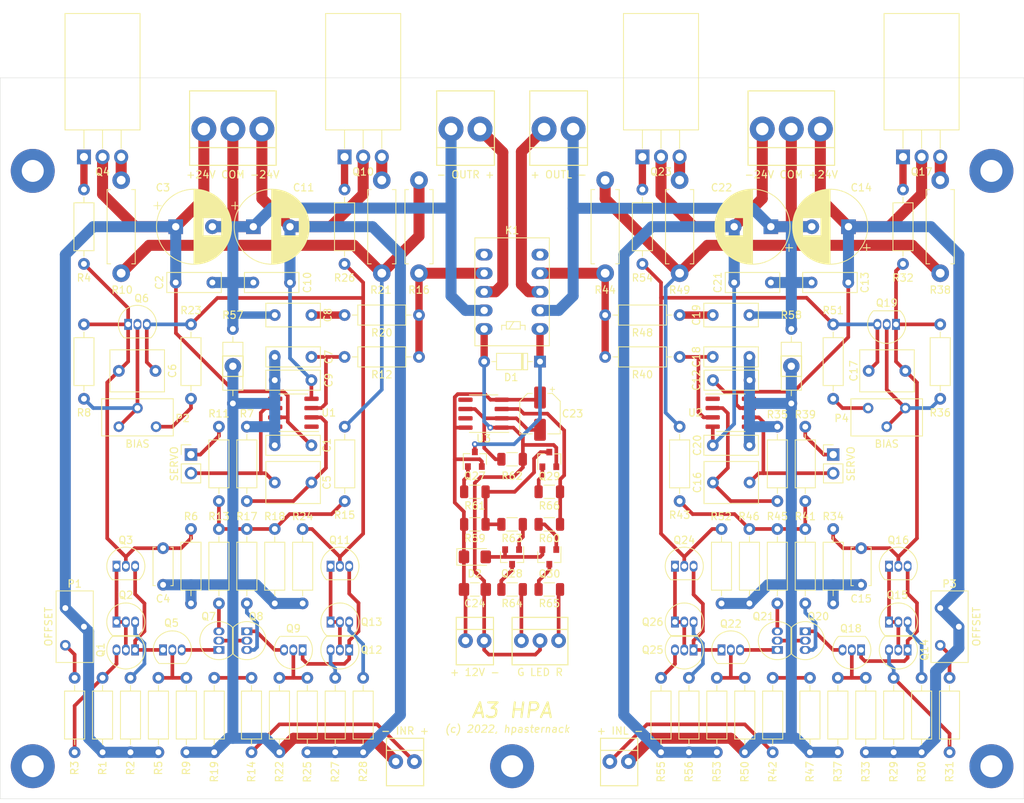
<source format=kicad_pcb>
(kicad_pcb (version 20241229) (generator "pcbnew") (generator_version "9.0")
  (layers (0 "F.Cu" signal) (2 "B.Cu" signal) (5 "F.SilkS" user "F.Silkscreen") (7 "B.SilkS" user "B.Silkscreen") (1 "F.Mask" user) (3 "B.Mask" user) (25 "Edge.Cuts" user))
  (net 0 "")
  (net 1 "Net-(C4-Pad1)")
  (net 2 "Net-(C6-Pad2)")
  (net 3 "Net-(D1-Pad1)")
  (net 4 "Net-(Q1-Pad1)")
  (net 5 "Net-(Q1-Pad3)")
  (net 6 "Net-(Q1-Pad2)")
  (net 7 "Net-(Q2-Pad3)")
  (net 8 "Net-(Q5-Pad3)")
  (net 9 "Net-(Q12-Pad3)")
  (net 10 "Net-(Q13-Pad3)")
  (net 11 "Net-(J5-Pad2)")
  (net 12 "Net-(Q5-Pad2)")
  (net 13 "Net-(P2-Pad1)")
  (net 14 "Net-(Q11-Pad3)")
  (net 15 "Net-(Q8-Pad3)")
  (net 16 "Net-(Q9-Pad2)")
  (net 17 "Net-(Q11-Pad1)")
  (net 18 "+24R")
  (net 19 "Net-(Q7-Pad2)")
  (net 20 "-24R")
  (net 21 "Net-(P1-Pad3)")
  (net 22 "Net-(Q4-Pad1)")
  (net 23 "Net-(C5-Pad1)")
  (net 24 "Net-(C7-Pad1)")
  (net 25 "Net-(C8-Pad1)")
  (net 26 "Net-(J1-Pad1)")
  (net 27 "Net-(Q7-Pad3)")
  (net 28 "Net-(R10-Pad2)")
  (net 29 "Net-(Q8-Pad1)")
  (net 30 "Net-(Q10-Pad1)")
  (net 31 "Net-(C15-Pad1)")
  (net 32 "Net-(Q17-Pad1)")
  (net 33 "Net-(Q18-Pad3)")
  (net 34 "+24L")
  (net 35 "Net-(C16-Pad1)")
  (net 36 "Net-(P4-Pad1)")
  (net 37 "Net-(C18-Pad1)")
  (net 38 "Net-(C19-Pad1)")
  (net 39 "Net-(J7-Pad1)")
  (net 40 "Net-(Q20-Pad3)")
  (net 41 "Net-(Q20-Pad2)")
  (net 42 "Net-(R38-Pad2)")
  (net 43 "Net-(Q21-Pad1)")
  (net 44 "Net-(C17-Pad2)")
  (net 45 "-24L")
  (net 46 "Net-(Q23-Pad1)")
  (net 47 "Net-(Q4-Pad3)")
  (net 48 "Net-(C5-Pad2)")
  (net 49 "Net-(Q10-Pad3)")
  (net 50 "Net-(Q14-Pad1)")
  (net 51 "Net-(P3-Pad3)")
  (net 52 "Net-(Q17-Pad3)")
  (net 53 "Net-(C16-Pad2)")
  (net 54 "Net-(Q23-Pad3)")
  (net 55 "Net-(K1-Pad6)")
  (net 56 "Net-(K1-Pad5)")
  (net 57 "Net-(Q14-Pad3)")
  (net 58 "Net-(Q14-Pad2)")
  (net 59 "Net-(Q21-Pad3)")
  (net 60 "Net-(Q22-Pad2)")
  (net 61 "Net-(Q24-Pad1)")
  (net 62 "GND-R")
  (net 63 "GNDREF-R")
  (net 64 "GNDREF-L")
  (net 65 "GND-L")
  (net 66 "Net-(K1-Pad7)")
  (net 67 "Net-(K1-Pad4)")
  (net 68 "Net-(J4-Pad1)")
  (net 69 "Net-(R11-Pad1)")
  (net 70 "Net-(R39-Pad1)")
  (net 71 "Net-(Q15-Pad3)")
  (net 72 "Net-(Q18-Pad2)")
  (net 73 "Net-(Q22-Pad1)")
  (net 74 "Net-(Q25-Pad3)")
  (net 75 "Net-(Q26-Pad3)")
  (net 76 "Net-(J2-Pad2)")
  (net 77 "Net-(J8-Pad1)")
  (net 78 "Net-(C23-Pad2)")
  (net 79 "Net-(C23-Pad1)")
  (net 80 "Net-(C24-Pad2)")
  (net 81 "Net-(D2-Pad2)")
  (net 82 "Net-(J6-Pad3)")
  (net 83 "Net-(J6-Pad1)")
  (net 84 "Net-(Q27-Pad1)")
  (net 85 "Net-(Q28-Pad3)")
  (net 86 "Net-(Q28-Pad1)")
  (net 87 "Net-(Q29-Pad3)")
  (net 88 "Net-(Q29-Pad1)")
  (net 89 "Net-(Q30-Pad3)")
  (net 90 "Net-(Q30-Pad1)")
  (net 91 "Net-(R60-Pad2)")
  (net 92 "Net-(U3-Pad7)")
  (net 93 "Net-(U3-Pad5)")
  (net 94 "Net-(P2-Pad3)")
  (net 95 "Net-(P4-Pad3)")
  (footprint "Diode_THT:D_DO-35_SOD27_P7.62mm_Horizontal" (layer "F.Cu") (at 144.78 88.265 180)
    (property "Reference" "D1")
    (property "Value" "1N914")
  )
  (footprint "Package_TO_SOT_THT:TO-92_Inline" (layer "F.Cu") (at 86.995 123.825)
    (property "Reference" "Q2")
    (property "Value" "BC560C")
  )
  (footprint "Package_TO_SOT_THT:TO-92_Inline" (layer "F.Cu") (at 93.345 127.635)
    (property "Reference" "Q5")
    (property "Value" "BC550C")
  )
  (footprint "Package_TO_SOT_THT:TO-92_Inline" (layer "F.Cu") (at 112.395 127.635 180)
    (property "Reference" "Q9")
    (property "Value" "BC560C")
  )
  (footprint "Package_TO_SOT_THT:TO-92_Inline" (layer "F.Cu") (at 116.205 123.825)
    (property "Reference" "Q13")
    (property "Value" "BC550C")
  )
  (footprint "Resistor_THT:R_Axial_DIN0207_L6.3mm_D2.5mm_P10.16mm_Horizontal" (layer "F.Cu") (at 100.965 121.285 90)
    (property "Reference" "R13")
    (property "Value" "22")
  )
  (footprint "Resistor_THT:R_Axial_DIN0207_L6.3mm_D2.5mm_P10.16mm_Horizontal" (layer "F.Cu") (at 128.27 81.915 180)
    (property "Reference" "R20")
    (property "Value" "47")
  )
  (footprint "Resistor_THT:R_Axial_DIN0207_L6.3mm_D2.5mm_P10.16mm_Horizontal" (layer "F.Cu") (at 194.31 64.77 -90)
    (property "Reference" "R32")
    (property "Value" "475")
  )
  (footprint "Resistor_THT:R_Axial_DIN0207_L6.3mm_D2.5mm_P10.16mm_Horizontal" (layer "F.Cu") (at 184.785 111.125 -90)
    (property "Reference" "R34")
    (property "Value" "4K7")
  )
  (footprint "Resistor_THT:R_Axial_DIN0207_L6.3mm_D2.5mm_P10.16mm_Horizontal" (layer "F.Cu") (at 177.165 97.155 -90)
    (property "Reference" "R35")
    (property "Value" "475K")
  )
  (footprint "Resistor_THT:R_Axial_DIN0207_L6.3mm_D2.5mm_P10.16mm_Horizontal" (layer "F.Cu") (at 180.975 121.285 90)
    (property "Reference" "R41")
    (property "Value" "22")
  )
  (footprint "Resistor_THT:R_Axial_DIN0207_L6.3mm_D2.5mm_P10.16mm_Horizontal" (layer "F.Cu") (at 163.83 97.155 -90)
    (property "Reference" "R43")
    (property "Value" "681")
  )
  (footprint "Resistor_THT:R_Axial_DIN0207_L6.3mm_D2.5mm_P10.16mm_Horizontal" (layer "F.Cu") (at 177.165 111.125 -90)
    (property "Reference" "R45")
    (property "Value" "22")
  )
  (footprint "Resistor_THT:R_Axial_DIN0207_L6.3mm_D2.5mm_P10.16mm_Horizontal" (layer "F.Cu") (at 173.355 111.125 -90)
    (property "Reference" "R46")
    (property "Value" "332")
  )
  (footprint "Resistor_THT:R_Axial_DIN0207_L6.3mm_D2.5mm_P10.16mm_Horizontal" (layer "F.Cu") (at 158.75 64.77 -90)
    (property "Reference" "R54")
    (property "Value" "475")
  )
  (footprint "Connector_PinHeader_2.54mm:PinHeader_1x02_P2.54mm_Vertical" (layer "F.Cu") (at 184.785 100.965)
    (property "Reference" "J7" (hide yes))
    (property "Value" "Servo")
  )
  (footprint "Resistor_THT:R_Axial_DIN0411_L9.9mm_D3.6mm_P12.70mm_Horizontal" (layer "F.Cu") (at 128.27 76.2 90)
    (property "Reference" "R16")
    (property "Value" "0R47 3W")
  )
  (footprint "Resistor_THT:R_Axial_DIN0207_L6.3mm_D2.5mm_P10.16mm_Horizontal" (layer "F.Cu") (at 196.85 141.605 90)
    (property "Reference" "R30")
    (property "Value" "100")
  )
  (footprint "Resistor_THT:R_Axial_DIN0411_L9.9mm_D3.6mm_P12.70mm_Horizontal" (layer "F.Cu") (at 199.39 63.5 -90)
    (property "Reference" "R38")
    (property "Value" "3R3 3W")
  )
  (footprint "Resistor_THT:R_Axial_DIN0207_L6.3mm_D2.5mm_P10.16mm_Horizontal" (layer "F.Cu") (at 180.975 107.315 90)
    (property "Reference" "R39")
    (property "Value" "150K")
  )
  (footprint "Resistor_THT:R_Axial_DIN0411_L9.9mm_D3.6mm_P12.70mm_Horizontal" (layer "F.Cu") (at 153.67 76.2 90)
    (property "Reference" "R44")
    (property "Value" "0R47 3W")
  )
  (footprint "HP_Footprints:Molex-41791-0850-3-Pin-Header" (layer "F.Cu") (at 102.87 56.515 180)
    (property "Reference" "J3" (hide yes))
    (property "Value" "PWR R")
  )
  (footprint "HP_Footprints:Molex-41791-0850-3-Pin-Header" (layer "F.Cu") (at 179.07 56.515 180)
    (property "Reference" "J9" (hide yes))
    (property "Value" "PWR L")
  )
  (footprint "Relay_THT:Relay_DPDT_Omron_G6H-2" (layer "F.Cu") (at 144.78 83.82 180)
    (property "Reference" "K1")
    (property "Value" "G6H-2")
  )
  (footprint "Capacitor_THT:C_Rect_L7.2mm_W2.5mm_P5.00mm_FKS2_FKP2_MKS2_MKP2" (layer "F.Cu") (at 95.0722 77.47)
    (property "Reference" "C2")
    (property "Value" "100nF")
  )
  (footprint "Capacitor_THT:C_Rect_L7.2mm_W5.5mm_P5.00mm_FKS2_FKP2_MKS2_MKP2" (layer "F.Cu") (at 87.3125 89.535)
    (property "Reference" "C6")
    (property "Value" "1uF")
  )
  (footprint "Capacitor_THT:C_Rect_L7.2mm_W3.0mm_P5.00mm_FKS2_FKP2_MKS2_MKP2" (layer "F.Cu") (at 113.5888 81.915 180)
    (property "Reference" "C8")
    (property "Value" "10nF")
  )
  (footprint "Capacitor_THT:C_Rect_L7.2mm_W2.5mm_P5.00mm_FKS2_FKP2_MKS2_MKP2" (layer "F.Cu") (at 105.664 77.47)
    (property "Reference" "C10")
    (property "Value" "100nF")
  )
  (footprint "Capacitor_THT:C_Rect_L7.2mm_W2.5mm_P5.00mm_FKS2_FKP2_MKS2_MKP2" (layer "F.Cu") (at 168.3766 90.805)
    (property "Reference" "C12")
    (property "Value" "100nF")
  )
  (footprint "Capacitor_THT:C_Rect_L7.2mm_W2.5mm_P5.00mm_FKS2_FKP2_MKS2_MKP2" (layer "F.Cu") (at 186.8424 77.47 180)
    (property "Reference" "C13")
    (property "Value" "100nF")
  )
  (footprint "Capacitor_THT:C_Rect_L7.2mm_W2.5mm_P5.00mm_FKS2_FKP2_MKS2_MKP2" (layer "F.Cu") (at 168.3512 87.63)
    (property "Reference" "C18")
    (property "Value" "100nF")
  )
  (footprint "Capacitor_THT:C_Rect_L7.2mm_W2.5mm_P5.00mm_FKS2_FKP2_MKS2_MKP2" (layer "F.Cu") (at 173.355 99.695 180)
    (property "Reference" "C20")
    (property "Value" "100nF")
  )
  (footprint "Capacitor_THT:CP_Radial_D10.0mm_P5.00mm" (layer "F.Cu") (at 176.276 69.85 180)
    (property "Reference" "C22")
    (property "Value" "220uF")
  )
  (footprint "Potentiometer_THT:Potentiometer_Bourns_3296Y_Vertical" (layer "F.Cu") (at 87.3125 97.155 180)
    (property "Reference" "P2")
    (property "Value" "500")
  )
  (footprint "Capacitor_THT:C_Rect_L7.2mm_W5.5mm_P5.00mm_FKS2_FKP2_MKS2_MKP2" (layer "F.Cu") (at 113.5888 104.775 180)
    (property "Reference" "C5")
    (property "Value" "1uF")
  )
  (footprint "Capacitor_THT:C_Rect_L7.2mm_W2.5mm_P5.00mm_FKS2_FKP2_MKS2_MKP2" (layer "F.Cu") (at 113.5888 87.63 180)
    (property "Reference" "C7")
    (property "Value" "100nF")
  )
  (footprint "Capacitor_THT:C_Rect_L7.2mm_W2.5mm_P5.00mm_FKS2_FKP2_MKS2_MKP2" (layer "F.Cu") (at 108.585 90.805)
    (property "Reference" "C9")
    (property "Value" "100nF")
  )
  (footprint "Package_SO:SOIC-8_3.9x4.9mm_P1.27mm" (layer "F.Cu") (at 111.125 95.25 180)
    (property "Reference" "U1")
    (property "Value" "OPA604")
  )
  (footprint "Capacitor_THT:C_Rect_L7.2mm_W2.5mm_P5.00mm_FKS2_FKP2_MKS2_MKP2" (layer "F.Cu") (at 113.585 99.695 180)
    (property "Reference" "C1")
    (property "Value" "100nF")
  )
  (footprint "Resistor_THT:R_Axial_DIN0207_L6.3mm_D2.5mm_P10.16mm_Horizontal" (layer "F.Cu") (at 128.27 87.63 180)
    (property "Reference" "R12")
    (property "Value" "1M")
  )
  (footprint "Resistor_THT:R_Axial_DIN0207_L6.3mm_D2.5mm_P10.16mm_Horizontal" (layer "F.Cu") (at 104.775 97.155 -90)
    (property "Reference" "R7")
    (property "Value" "475K")
  )
  (footprint "Connector_PinHeader_2.54mm:PinHeader_1x02_P2.54mm_Vertical" (layer "F.Cu") (at 97.155 100.965)
    (property "Reference" "J1" (hide yes))
    (property "Value" "Servo")
  )
  (footprint "Package_TO_SOT_THT:TO-92_Inline" (layer "F.Cu") (at 88.5825 83.185)
    (property "Reference" "Q6")
    (property "Value" "BC550C")
  )
  (footprint "Resistor_THT:R_Axial_DIN0207_L6.3mm_D2.5mm_P10.16mm_Horizontal" (layer "F.Cu") (at 118.1354 97.155 -90)
    (property "Reference" "R15")
    (property "Value" "681")
  )
  (footprint "Resistor_THT:R_Axial_DIN0207_L6.3mm_D2.5mm_P10.16mm_Horizontal" (layer "F.Cu") (at 102.87 83.82 -90)
    (property "Reference" "R57")
    (property "Value" "10R")
  )
  (footprint "Capacitor_THT:C_Disc_D5.0mm_W2.5mm_P5.00mm" (layer "F.Cu") (at 93.345 113.745 -90)
    (property "Reference" "C4")
    (property "Value" "330pF")
  )
  (footprint "Resistor_THT:R_Axial_DIN0207_L6.3mm_D2.5mm_P10.16mm_Horizontal" (layer "F.Cu") (at 97.155 111.125 -90)
    (property "Reference" "R6")
    (property "Value" "4K7")
  )
  (footprint "HP_Footprints:1-pad-wire-connector-22-ga" (layer "F.Cu") (at 102.87 88.9)
    (property "Reference" "J10" (hide yes))
    (property "Value" "Conn_01x01_Male")
  )
  (footprint "HP_Footprints:1-pad-wire-connector-22-ga" (layer "F.Cu") (at 179.07 88.9)
    (property "Reference" "J11" (hide yes))
    (property "Value" "Conn_01x01_Male")
  )
  (footprint "Capacitor_THT:C_Rect_L7.2mm_W2.5mm_P5.00mm_FKS2_FKP2_MKS2_MKP2" (layer "F.Cu") (at 176.276 77.47 180)
    (property "Reference" "C21")
    (property "Value" "100nF")
  )
  (footprint "Potentiometer_THT:Potentiometer_Bourns_3296Y_Vertical" (layer "F.Cu") (at 194.6275 94.615)
    (property "Reference" "P4")
    (property "Value" "500")
  )
  (footprint "Capacitor_THT:C_Rect_L7.2mm_W5.5mm_P5.00mm_FKS2_FKP2_MKS2_MKP2" (layer "F.Cu") (at 194.6275 89.535 180)
    (property "Reference" "C17")
    (property "Value" "1uF")
  )
  (footprint "Package_TO_SOT_THT:TO-92_Inline" (layer "F.Cu") (at 193.3575 83.185 180)
    (property "Reference" "Q19")
    (property "Value" "BC550C")
  )
  (footprint "Resistor_THT:R_Axial_DIN0207_L6.3mm_D2.5mm_P10.16mm_Horizontal" (layer "F.Cu") (at 199.39 83.185 -90)
    (property "Reference" "R36")
    (property "Value" "10K")
  )
  (footprint "Resistor_THT:R_Axial_DIN0207_L6.3mm_D2.5mm_P10.16mm_Horizontal" (layer "F.Cu") (at 120.65 131.445 -90)
    (property "Reference" "R28")
    (property "Value" "100")
  )
  (footprint "Resistor_THT:R_Axial_DIN0207_L6.3mm_D2.5mm_P10.16mm_Horizontal" (layer "F.Cu") (at 112.395 121.285 90)
    (property "Reference" "R24")
    (property "Value" "4K7")
  )
  (footprint "Resistor_THT:R_Axial_DIN0411_L9.9mm_D3.6mm_P12.70mm_Horizontal" (layer "F.Cu") (at 123.19 76.2 90)
    (property "Reference" "R21")
    (property "Value" "3R3 3W")
  )
  (footprint "Package_TO_SOT_THT:TO-92_Inline" (layer "F.Cu") (at 192.405 123.825)
    (property "Reference" "Q15")
    (property "Value" "BC560C")
  )
  (footprint "HP_Footprints:Molex-22-11-2032-3-Pin-Header" (layer "F.Cu") (at 144.78 126.365)
    (property "Reference" "J6" (hide yes))
    (property "Value" "Conn_01x03")
  )
  (footprint "HP_Footprints:Molex-22-11-2022-2-Pin-Header" (layer "F.Cu") (at 135.89 126.365)
    (property "Reference" "J12" (hide yes))
    (property "Value" "Conn_01x02")
  )
  (footprint "Capacitor_THT:C_Disc_D5.0mm_W2.5mm_P5.00mm" (layer "F.Cu") (at 188.595 113.745 -90)
    (property "Reference" "C15")
    (property "Value" "330pF")
  )
  (footprint "Package_TO_SOT_SMD:SOT-23" (layer "F.Cu") (at 140.97 114.935 -90)
    (property "Reference" "Q28")
    (property "Value" "MMBT3906")
  )
  (footprint "Resistor_SMD:R_1206_3216Metric" (layer "F.Cu") (at 135.89 106.045)
    (property "Reference" "R61")
    (property "Value" "10K")
  )
  (footprint "Resistor_SMD:R_1206_3216Metric" (layer "F.Cu") (at 140.97 110.49 180)
    (property "Reference" "R63")
    (property "Value" "10K")
  )
  (footprint "Resistor_SMD:R_1206_3216Metric" (layer "F.Cu") (at 140.97 119.38 180)
    (property "Reference" "R64")
    (property "Value" "2K")
  )
  (footprint "Resistor_SMD:R_1206_3216Metric" (layer "F.Cu") (at 146.05 119.38 180)
    (property "Reference" "R65")
    (property "Value" "2K")
  )
  (footprint "Resistor_THT:R_Axial_DIN0411_L9.9mm_D3.6mm_P12.70mm_Horizontal" (layer "F.Cu") (at 87.63 63.5 -90)
    (property "Reference" "R10")
    (property "Value" "3R3 3W")
  )
  (footprint "Resistor_THT:R_Axial_DIN0207_L6.3mm_D2.5mm_P10.16mm_Horizontal" (layer "F.Cu") (at 108.585 111.125 -90)
    (property "Reference" "R18")
    (property "Value" "332")
  )
  (footprint "HP_Footprints:Molex-41791-0849-2-Pin-Header" (layer "F.Cu") (at 134.62 56.515 180)
    (property "Reference" "J4" (hide yes))
    (property "Value" "Conn_01x02")
  )
  (footprint "HP_Footprints:Molex-41791-0849-2-Pin-Header" (layer "F.Cu") (at 147.32 56.515 180)
    (property "Reference" "J5" (hide yes))
    (property "Value" "Conn_01x02")
  )
  (footprint "Resistor_THT:R_Axial_DIN0207_L6.3mm_D2.5mm_P10.16mm_Horizontal" (layer "F.Cu") (at 97.155 93.345 90)
    (property "Reference" "R23")
    (property "Value" "475")
  )
  (footprint "Resistor_THT:R_Axial_DIN0207_L6.3mm_D2.5mm_P10.16mm_Horizontal" (layer "F.Cu") (at 100.965 107.315 90)
    (property "Reference" "R11")
    (property "Value" "150K")
  )
  (footprint "Diode_SMD:D_1206_3216Metric_Pad1.42x1.75mm_HandSolder" (layer "F.Cu") (at 135.89 114.935)
    (property "Reference" "D2")
    (property "Value" "D_Zener")
  )
  (footprint "Resistor_THT:R_Axial_DIN0207_L6.3mm_D2.5mm_P10.16mm_Horizontal" (layer "F.Cu") (at 96.52 131.445 -90)
    (property "Reference" "R9")
    (property "Value" "4K7")
  )
  (footprint "Resistor_THT:R_Axial_DIN0207_L6.3mm_D2.5mm_P10.16mm_Horizontal" (layer "F.Cu") (at 100.33 131.445 -90)
    (property "Reference" "R19")
    (property "Value" "100K")
  )
  (footprint "Resistor_THT:R_Axial_DIN0207_L6.3mm_D2.5mm_P10.16mm_Horizontal" (layer "F.Cu") (at 92.71 141.605 90)
    (property "Reference" "R5")
    (property "Value" "6K8")
  )
  (footprint "Resistor_THT:R_Axial_DIN0207_L6.3mm_D2.5mm_P10.16mm_Horizontal" (layer "F.Cu") (at 105.41 141.605 90)
    (property "Reference" "R14")
    (property "Value" "1K")
  )
  (footprint "Resistor_THT:R_Axial_DIN0207_L6.3mm_D2.5mm_P10.16mm_Horizontal" (layer "F.Cu") (at 116.84 131.445 -90)
    (property "Reference" "R27")
    (property "Value" "221")
  )
  (footprint "Resistor_THT:R_Axial_DIN0207_L6.3mm_D2.5mm_P10.16mm_Horizontal" (layer "F.Cu") (at 109.22 141.605 90)
    (property "Reference" "R22")
    (property "Value" "4K7")
  )
  (footprint "Resistor_THT:R_Axial_DIN0207_L6.3mm_D2.5mm_P10.16mm_Horizontal" (layer "F.Cu") (at 113.03 131.445 -90)
    (property "Reference" "R25")
    (property "Value" "6K8")
  )
  (footprint "Resistor_THT:R_Axial_DIN0207_L6.3mm_D2.5mm_P10.16mm_Horizontal" (layer "F.Cu") (at 185.42 131.445 -90)
    (property "Reference" "R37")
    (property "Value" "4K7")
  )
  (footprint "Resistor_THT:R_Axial_DIN0207_L6.3mm_D2.5mm_P10.16mm_Horizontal" (layer "F.Cu") (at 181.61 131.445 -90)
    (property "Reference" "R47")
    (property "Value" "100K")
  )
  (footprint "Resistor_THT:R_Axial_DIN0207_L6.3mm_D2.5mm_P10.16mm_Horizontal" (layer "F.Cu") (at 172.72 141.605 90)
    (property "Reference" "R50")
    (property "Value" "4K7")
  )
  (footprint "Resistor_THT:R_Axial_DIN0207_L6.3mm_D2.5mm_P10.16mm_Horizontal" (layer "F.Cu") (at 176.53 141.605 90)
    (property "Reference" "R42")
    (property "Value" "1K")
  )
  (footprint "Resistor_THT:R_Axial_DIN0207_L6.3mm_D2.5mm_P10.16mm_Horizontal" (layer "F.Cu") (at 168.91 131.445 -90)
    (property "Reference" "R53")
    (property "Value" "6K8")
  )
  (footprint "Resistor_THT:R_Axial_DIN0207_L6.3mm_D2.5mm_P10.16mm_Horizontal" (layer "F.Cu") (at 189.23 141.605 90)
    (property "Reference" "R33")
    (property "Value" "6K8")
  )
  (footprint "HP_Footprints:Molex-22-11-2022-2-Pin-Header" (layer "F.Cu") (at 155.575 142.875)
    (property "Reference" "J8" (hide yes))
    (property "Value" "Conn_01x02")
  )
  (footprint "HP_Footprints:Molex-22-11-2022-2-Pin-Header" (layer "F.Cu") (at 126.365 142.875)
    (property "Reference" "J2" (hide yes))
    (property "Value" "Conn_01x02")
  )
  (footprint "Resistor_THT:R_Axial_DIN0207_L6.3mm_D2.5mm_P10.16mm_Horizontal" (layer "F.Cu") (at 161.29 131.445 -90)
    (property "Reference" "R55")
    (property "Value" "221")
  )
  (footprint "Resistor_THT:R_Axial_DIN0207_L6.3mm_D2.5mm_P10.16mm_Horizontal" (layer "F.Cu") (at 200.66 131.445 -90)
    (property "Reference" "R31")
    (property "Value" "221")
  )
  (footprint "Resistor_THT:R_Axial_DIN0207_L6.3mm_D2.5mm_P10.16mm_Horizontal" (layer "F.Cu") (at 193.04 141.605 90)
    (property "Reference" "R29")
    (property "Value" "475")
  )
  (footprint "Potentiometer_THT:Potentiometer_Bourns_3296Y_Vertical" (layer "F.Cu") (at 80.01 121.92 90)
    (property "Reference" "P1")
    (property "Value" "1K")
  )
  (footprint "Package_TO_SOT_THT:TO-92_Inline" (layer "F.Cu") (at 100.965 127.635 90)
    (property "Reference" "Q7")
    (property "Value" "2SK170BL")
  )
  (footprint "Package_TO_SOT_THT:TO-92_Inline" (layer "F.Cu") (at 180.975 125.095 -90)
    (property "Reference" "Q20")
    (property "Value" "2SK170BL")
  )
  (footprint "Package_TO_SOT_SMD:SOT-23" (layer "F.Cu") (at 146.05 114.935 -90)
    (property "Reference" "Q30")
    (property "Value" "MMBT3906")
  )
  (footprint "Potentiometer_THT:Potentiometer_Bourns_3296Y_Vertical" (layer "F.Cu") (at 199.39 121.92 90)
    (property "Reference" "P3")
    (property "Value" "1K")
  )
  (footprint "Package_TO_SOT_THT:TO-92_Inline" (layer "F.Cu") (at 194.945 127.635 180)
    (property "Reference" "Q14")
    (property "Value" "BC560C")
  )
  (footprint "Package_TO_SOT_THT:TO-92_Inline" (layer "F.Cu") (at 118.745 127.635 180)
    (property "Reference" "Q12")
    (property "Value" "BC550C")
  )
  (footprint "Package_TO_SOT_THT:TO-92_Inline" (layer "F.Cu") (at 104.775 125.095 -90)
    (property "Reference" "Q8")
    (property "Value" "2SJ74BL")
  )
  (footprint "Resistor_THT:R_Axial_DIN0207_L6.3mm_D2.5mm_P10.16mm_Horizontal" (layer "F.Cu") (at 85.09 141.605 90)
    (property "Reference" "R1")
    (property "Value" "332")
  )
  (footprint "Resistor_THT:R_Axial_DIN0207_L6.3mm_D2.5mm_P10.16mm_Horizontal" (layer "F.Cu") (at 169.545 121.285 90)
    (property "Reference" "R52")
    (property "Value" "4K7")
  )
  (footprint "Package_TO_SOT_THT:TO-92_Inline" (layer "F.Cu") (at 86.995 116.205)
    (property "Reference" "Q3")
    (property "Value" "KSA992")
  )
  (footprint "Package_TO_SOT_THT:TO-92_Inline" (layer "F.Cu") (at 116.205 116.205)
    (property "Reference" "Q11")
    (property "Value" "KSC1845")
  )
  (footprint "Package_TO_SOT_THT:TO-92_Inline" (layer "F.Cu") (at 163.195 116.205)
    (property "Reference" "Q24")
    (property "Value" "KSC1845")
  )
  (footprint "Resistor_THT:R_Axial_DIN0207_L6.3mm_D2.5mm_P10.16mm_Horizontal" (layer "F.Cu") (at 88.9 141.605 90)
    (property "Reference" "R2")
    (property "Value" "100")
  )
  (footprint "Resistor_THT:R_Axial_DIN0207_L6.3mm_D2.5mm_P10.16mm_Horizontal" (layer "F.Cu") (at 81.28 131.445 -90)
    (property "Reference" "R3")
    (property "Value" "221")
  )
  (footprint "Package_TO_SOT_THT:TO-92_Inline" (layer "F.Cu") (at 192.405 116.205)
    (property "Reference" "Q16")
    (property "Value" "KSA992")
  )
  (footprint "Resistor_THT:R_Axial_DIN0207_L6.3mm_D2.5mm_P10.16mm_Horizontal" (layer "F.Cu") (at 165.1 131.445 -90)
    (property "Reference" "R56")
    (property "Value" "100")
  )
  (footprint "Package_TO_SOT_THT:TO-92_Inline" (layer "F.Cu") (at 89.535 127.635 180)
    (property "Reference" "Q1")
    (property "Value" "BC560C")
  )
  (footprint "Resistor_THT:R_Axial_DIN0207_L6.3mm_D2.5mm_P10.16mm_Horizontal" (layer "F.Cu") (at 104.775 111.125 -90)
    (property "Reference" "R17")
    (property "Value" "22")
  )
  (footprint "Package_TO_SOT_THT:TO-92_Inline" (layer "F.Cu") (at 177.165 127.635 90)
    (property "Reference" "Q21")
    (property "Value" "2SJ74BL")
  )
  (footprint "Resistor_THT:R_Axial_DIN0207_L6.3mm_D2.5mm_P10.16mm_Horizontal" (layer "F.Cu") (at 82.55 64.77 -90)
    (property "Reference" "R4")
    (property "Value" "475")
  )
  (footprint "Capacitor_THT:CP_Radial_D10.0mm_P5.00mm" (layer "F.Cu") (at 186.8678 69.85 180)
    (property "Reference" "C14")
    (property "Value" "220uF")
  )
  (footprint "Resistor_THT:R_Axial_DIN0207_L6.3mm_D2.5mm_P10.16mm_Horizontal" (layer "F.Cu") (at 118.11 64.77 -90)
    (property "Reference" "R26")
    (property "Value" "475")
  )
  (footprint "Resistor_THT:R_Axial_DIN0207_L6.3mm_D2.5mm_P10.16mm_Horizontal" (layer "F.Cu") (at 184.785 93.345 90)
    (property "Reference" "R51")
    (property "Value" "475")
  )
  (footprint "Resistor_THT:R_Axial_DIN0207_L6.3mm_D2.5mm_P10.16mm_Horizontal" (layer "F.Cu") (at 153.67 81.915)
    (property "Reference" "R48")
    (property "Value" "47")
  )
  (footprint "Resistor_THT:R_Axial_DIN0207_L6.3mm_D2.5mm_P10.16mm_Horizontal" (layer "F.Cu") (at 153.67 87.63)
    (property "Reference" "R40")
    (property "Value" "1M")
  )
  (footprint "Package_TO_SOT_THT:TO-92_Inline" (layer "F.Cu") (at 163.195 123.825)
    (property "Reference" "Q26")
    (property "Value" "BC550C")
  )
  (footprint "Package_TO_SOT_THT:TO-92_Inline" (layer "F.Cu") (at 165.735 127.635 180)
    (property "Reference" "Q25")
    (property "Value" "BC550C")
  )
  (footprint "Package_TO_SOT_THT:TO-92_Inline" (layer "F.Cu") (at 169.545 127.635)
    (property "Reference" "Q22")
    (property "Value" "BC560C")
  )
  (footprint "Package_TO_SOT_THT:TO-92_Inline" (layer "F.Cu") (at 188.595 127.635 180)
    (property "Reference" "Q18")
    (property "Value" "BC550C")
  )
  (footprint "Capacitor_THT:C_Rect_L7.2mm_W5.5mm_P5.00mm_FKS2_FKP2_MKS2_MKP2" (layer "F.Cu") (at 168.3766 104.775)
    (property "Reference" "C16")
    (property "Value" "1uF")
  )
  (footprint "Package_SO:SOIC-8_3.9x4.9mm_P1.27mm" (layer "F.Cu") (at 170.815 95.25)
    (property "Reference" "U2")
    (property "Value" "OPA604")
  )
  (footprint "Resistor_THT:R_Axial_DIN0207_L6.3mm_D2.5mm_P10.16mm_Horizontal" (layer "F.Cu") (at 179.07 83.82 -90)
    (property "Reference" "R58")
    (property "Value" "10")
  )
  (footprint "Capacitor_THT:C_Rect_L7.2mm_W3.0mm_P5.00mm_FKS2_FKP2_MKS2_MKP2" (layer "F.Cu") (at 168.3512 81.915)
    (property "Reference" "C19")
    (property "Value" "10nF")
  )
  (footprint "Resistor_THT:R_Axial_DIN0411_L9.9mm_D3.6mm_P12.70mm_Horizontal" (layer "F.Cu") (at 163.83 76.2 90)
    (property "Reference" "R49")
    (property "Value" "3R3 3W")
  )
  (footprint "Package_TO_SOT_THT:TO-220-3_Horizontal_TabDown" (layer "F.Cu") (at 82.55 60.325)
    (property "Reference" "Q4")
    (property "Value" "FQP3N30")
  )
  (footprint "Package_TO_SOT_THT:TO-220-3_Horizontal_TabDown" (layer "F.Cu") (at 118.11 60.325)
    (property "Reference" "Q10")
    (property "Value" "FQP3P20")
  )
  (footprint "Package_TO_SOT_THT:TO-220-3_Horizontal_TabDown" (layer "F.Cu") (at 194.31 60.325)
    (property "Reference" "Q17")
    (property "Value" "FQP3N30")
  )
  (footprint "Package_TO_SOT_THT:TO-220-3_Horizontal_TabDown" (layer "F.Cu") (at 158.75 60.325)
    (property "Reference" "Q23")
    (property "Value" "FQP3P20")
  )
  (footprint "Capacitor_THT:CP_Radial_D10.0mm_P5.00mm" (layer "F.Cu") (at 105.664 69.85)
    (property "Reference" "C11")
    (property "Value" "220uF")
  )
  (footprint "Capacitor_THT:CP_Radial_D10.0mm_P5.00mm" (layer "F.Cu") (at 95.0722 69.85)
    (property "Reference" "C3")
    (property "Value" "220uF")
  )
  (footprint "Resistor_SMD:R_1206_3216Metric" (layer "F.Cu") (at 146.05 110.49)
    (property "Reference" "R60")
    (property "Value" "10K")
  )
  (footprint "Resistor_SMD:R_1206_3216Metric" (layer "F.Cu") (at 135.89 110.49 180)
    (property "Reference" "R59")
    (property "Value" "22K")
  )
  (footprint "Package_TO_SOT_SMD:SOT-23" (layer "F.Cu") (at 135.89 101.6 90)
    (property "Reference" "Q27")
    (property "Value" "MMBT3906")
  )
  (footprint "Package_TO_SOT_SMD:SOT-23" (layer "F.Cu") (at 146.05 101.6254 90)
    (property "Reference" "Q29")
    (property "Value" "MMBT3904")
  )
  (footprint "Resistor_SMD:R_1206_3216Metric" (layer "F.Cu") (at 140.97 101.6)
    (property "Reference" "R62")
    (property "Value" "91K")
  )
  (footprint "Capacitor_SMD:CP_Elec_5x5.8" (layer "F.Cu") (at 144.78 95.377 -90)
    (property "Reference" "C23")
    (property "Value" "100uF")
  )
  (footprint "Package_SO:SOIC-8_3.9x4.9mm_P1.27mm" (layer "F.Cu") (at 137.0838 95.377 180)
    (property "Reference" "U3")
    (property "Value" "LM555")
  )
  (footprint "Resistor_THT:R_Axial_DIN0207_L6.3mm_D2.5mm_P10.16mm_Horizontal" (layer "F.Cu") (at 82.55 83.185 -90)
    (property "Reference" "R8")
    (property "Value" "10K")
  )
  (footprint "Resistor_SMD:R_1206_3216Metric" (layer "F.Cu") (at 146.05 106.045)
    (property "Reference" "R66")
    (property "Value" "10K")
  )
  (footprint "Capacitor_SMD:C_1206_3216Metric_Pad1.42x1.75mm_HandSolder" (layer "F.Cu") (at 135.89 119.38)
    (property "Reference" "C24")
    (property "Value" "0.1uF")
  )
  (gr_line (start 71.12 147.955) (end 71.12 49.53) (stroke (width 0.05)) (layer "Edge.Cuts"))
  (gr_line (start 71.12 49.53) (end 210.82 49.53) (stroke (width 0.05)) (layer "Edge.Cuts"))
  (gr_line (start 210.82 49.53) (end 210.82 147.955) (stroke (width 0.05)) (layer "Edge.Cuts"))
  (gr_line (start 210.82 147.955) (end 71.12 147.955) (stroke (width 0.05)) (layer "Edge.Cuts"))
  (gr_text "- INR +" (at 126.365 138.684 0) (layer "F.SilkS") (effects (font (size 1 1))))
  (gr_text "+ INL -" (at 155.702 138.684 0) (layer "F.SilkS") (effects (font (size 1 1))))
  (gr_text "G LED R" (at 144.78 130.683 0) (layer "F.SilkS") (effects (font (size 1 1))))
  (gr_text "+ 12V -" (at 135.89 130.683 0) (layer "F.SilkS") (effects (font (size 1 1))))
  (gr_text "SERVO" (at 94.869 102.235 90) (layer "F.SilkS") (effects (font (size 1 1))))
  (gr_text "BIAS" (at 192.0875 99.5045 0) (layer "F.SilkS") (effects (font (size 1 1))))
  (gr_text "BIAS" (at 89.8525 99.5045 0) (layer "F.SilkS") (effects (font (size 1 1))))
  (gr_text "OFFSET" (at 204.343 124.46 90) (layer "F.SilkS") (effects (font (size 1 1))))
  (gr_text "OFFSET" (at 77.724 124.46 90) (layer "F.SilkS") (effects (font (size 1 1))))
  (gr_text "+ OUTL -" (at 147.32 62.738 0) (layer "F.SilkS") (effects (font (size 1 1))))
  (gr_text "-24V COM +24V" (at 179.07 62.738 0) (layer "F.SilkS") (effects (font (size 1 1))))
  (gr_text "+24V COM -24V" (at 102.87 62.738 0) (layer "F.SilkS") (effects (font (size 1 1))))
  (gr_text "- OUTR +" (at 134.62 62.738 0) (layer "F.SilkS") (effects (font (size 1 1))))
  (gr_text "SERVO" (at 187.198 102.235 90) (layer "F.SilkS") (effects (font (size 1 1))))
  (gr_text "(c) 2022, hpasternack" (at 140.335 138.43 0) (layer "F.SilkS") (effects (font (size 1 1) (thickness 0.15) (italic yes))))
  (gr_text "A3 HPA" (at 140.97 135.89 0) (layer "F.SilkS") (effects (font (size 2 2) (thickness 0.3) (italic yes))))
  (via (at 75.565 62.23) (size 6) (drill 3) (layers "F.Cu" "B.Cu") (net 0))
  (via (at 206.375 143.51) (size 6) (drill 3) (layers "F.Cu" "B.Cu") (net 0))
  (via (at 75.565 143.51) (size 6) (drill 3) (layers "F.Cu" "B.Cu") (net 0))
  (via (at 140.97 143.51) (size 6.000001) (drill 2.999999) (layers "F.Cu" "B.Cu") (net 0))
  (via (at 206.375 62.23) (size 6) (drill 3) (layers "F.Cu" "B.Cu") (net 0))
  (segment (start 85.725 112.395) (end 88.265 114.935) (width 0.5) (layer "F.Cu") (net 1))
  (segment (start 87.3125 89.535) (end 85.725 91.1225) (width 0.5) (layer "F.Cu") (net 1))
  (segment (start 95.8088 113.7412) (end 97.155 112.395) (width 0.5) (layer "F.Cu") (net 1))
  (segment (start 82.55 74.93) (end 88.5825 80.9625) (width 0.5) (layer "F.Cu") (net 1))
  (segment (start 85.725 91.1225) (end 85.725 112.395) (width 0.5) (layer "F.Cu") (net 1))
  (segment (start 88.5825 88.265) (end 88.5825 83.185) (width 0.5) (layer "F.Cu") (net 1))
  (segment (start 88.265 116.205) (end 88.265 114.935) (width 0.5) (layer "F.Cu") (net 1))
  (segment (start 88.5825 80.9625) (end 88.5825 83.185) (width 0.5) (layer "F.Cu") (net 1))
  (segment (start 93.345 113.745) (end 89.455 113.745) (width 0.5) (layer "F.Cu") (net 1))
  (segment (start 82.55 83.185) (end 88.5825 83.185) (width 0.5) (layer "F.Cu") (net 1))
  (segment (start 97.155 112.395) (end 97.155 111.125) (width 0.5) (layer "F.Cu") (net 1))
  (segment (start 88.2904 114.935) (end 88.265 114.935) (width 0.25) (layer "F.Cu") (net 1))
  (segment (start 89.455 113.745) (end 88.2904 114.9096) (width 0.5) (layer "F.Cu") (net 1))
  (segment (start 87.3125 89.535) (end 88.5825 88.265) (width 0.5) (layer "F.Cu") (net 1))
  (segment (start 93.345 113.7412) (end 95.8088 113.7412) (width 0.5) (layer "F.Cu") (net 1))
  (segment (start 112.395 111.125) (end 113.665 111.125) (width 0.5) (layer "F.Cu") (net 2))
  (segment (start 97.155 83.185) (end 100.7618 79.5782) (width 0.5) (layer "F.Cu") (net 2))
  (segment (start 113.665 111.125) (end 117.475 114.935) (width 0.5) (layer "F.Cu") (net 2))
  (segment (start 120.65 77.47) (end 120.65 111.76) (width 0.5) (layer "F.Cu") (net 2))
  (segment (start 120.65 111.76) (end 117.475 114.935) (width 0.5) (layer "F.Cu") (net 2))
  (segment (start 117.475 116.205) (end 117.475 114.935) (width 0.5) (layer "F.Cu") (net 2))
  (segment (start 91.1225 88.34374) (end 91.1225 83.185) (width 0.5) (layer "F.Cu") (net 2))
  (segment (start 92.31376 89.535) (end 91.1225 88.34374) (width 0.5) (layer "F.Cu") (net 2))
  (segment (start 100.7618 79.5782) (end 120.65 79.5782) (width 0.5) (layer "F.Cu") (net 2))
  (segment (start 118.11 74.93) (end 120.65 77.47) (width 0.5) (layer "F.Cu") (net 2))
  (segment (start 91.1225 83.185) (end 97.155 83.185) (width 0.5) (layer "B.Cu") (net 2))
  (segment (start 135.89 99.5426) (end 135.89 100.584) (width 0.5) (layer "F.Cu") (net 3))
  (segment (start 144.78 83.82) (end 144.78 88.265) (width 1) (layer "F.Cu") (net 3))
  (via (at 135.89 99.5426) (size 0.8) (drill 0.4) (layers "F.Cu" "B.Cu") (net 3))
  (segment (start 144.78 96.012) (end 141.2494 99.5426) (width 0.5) (layer "B.Cu") (net 3))
  (segment (start 141.2494 99.5426) (end 135.89 99.5426) (width 0.5) (layer "B.Cu") (net 3))
  (segment (start 144.78 88.265) (end 144.78 95.885) (width 0.5) (layer "B.Cu") (net 3))
  (segment (start 89.535 120.015) (end 90.805 121.285) (width 0.5) (layer "F.Cu") (net 4))
  (segment (start 89.535 116.205) (end 89.535 120.015) (width 0.5) (layer "F.Cu") (net 4))
  (segment (start 90.805 121.285) (end 90.805 125.095) (width 0.5) (layer "F.Cu") (net 4))
  (segment (start 89.535 127.635) (end 93.345 127.635) (width 0.5) (layer "F.Cu") (net 4))
  (segment (start 89.535 126.365) (end 89.535 127.635) (width 0.5) (layer "F.Cu") (net 4))
  (segment (start 90.805 125.095) (end 89.535 126.365) (width 0.5) (layer "F.Cu") (net 4))
  (segment (start 85.09 131.445) (end 86.995 129.54) (width 0.5) (layer "F.Cu") (net 5))
  (segment (start 81.28 141.605) (end 81.28 135.255) (width 0.5) (layer "F.Cu") (net 5))
  (segment (start 81.28 135.255) (end 85.09 131.445) (width 0.5) (layer "F.Cu") (net 5))
  (segment (start 86.995 129.54) (end 86.995 127.635) (width 0.5) (layer "F.Cu") (net 5))
  (segment (start 88.265 123.825) (end 88.265 127.635) (width 0.5) (layer "F.Cu") (net 6))
  (segment (start 86.995 123.825) (end 86.995 116.205) (width 0.5) (layer "F.Cu") (net 6))
  (segment (start 86.995 123.825) (end 88.265 123.825) (width 0.5) (layer "F.Cu") (net 6))
  (segment (start 89.535 123.825) (end 89.535 125.476) (width 0.5) (layer "B.Cu") (net 7))
  (segment (start 89.535 125.476) (end 90.805 126.746) (width 0.5) (layer "B.Cu") (net 7))
  (segment (start 90.805 129.54) (end 88.9 131.445) (width 0.5) (layer "B.Cu") (net 7))
  (segment (start 90.805 126.746) (end 90.805 129.54) (width 0.5) (layer "B.Cu") (net 7))
  (segment (start 100.965 127.635) (end 95.885 127.635) (width 0.5) (layer "F.Cu") (net 8))
  (segment (start 116.84 131.445) (end 116.84 130.175) (width 0.5) (layer "B.Cu") (net 9))
  (segment (start 116.84 130.175) (end 116.205 129.54) (width 0.5) (layer "B.Cu") (net 9))
  (segment (start 116.205 129.54) (end 116.205 127.635) (width 0.5) (layer "B.Cu") (net 9))
  (segment (start 120.65 126.873) (end 118.745 124.968) (width 0.5) (layer "B.Cu") (net 10))
  (segment (start 120.65 131.445) (end 120.65 126.873) (width 0.5) (layer "B.Cu") (net 10))
  (segment (start 118.745 124.968) (end 118.745 123.825) (width 0.5) (layer "B.Cu") (net 10))
  (segment (start 142.24 59.6138) (end 145.3388 56.515) (width 1.5) (layer "F.Cu") (net 11))
  (segment (start 144.78 78.74) (end 143.256 78.74) (width 1.5) (layer "F.Cu") (net 11))
  (segment (start 142.24 77.724) (end 142.24 59.6138) (width 1.5) (layer "F.Cu") (net 11))
  (segment (start 143.256 78.74) (end 142.24 77.724) (width 1.5) (layer "F.Cu") (net 11))
  (segment (start 92.71 131.445) (end 96.52 131.445) (width 0.5) (layer "F.Cu") (net 12))
  (segment (start 94.615 131.445) (end 94.615 127.635) (width 0.5) (layer "F.Cu") (net 12))
  (segment (start 87.3125 97.155) (end 89.8525 94.615) (width 0.5) (layer "F.Cu") (net 13))
  (segment (start 89.8525 83.185) (end 89.8525 94.615) (width 0.5) (layer "F.Cu") (net 13))
  (segment (start 83.82 94.615) (end 82.55 93.345) (width 0.5) (layer "B.Cu") (net 13))
  (segment (start 89.8525 94.615) (end 83.82 94.615) (width 0.5) (layer "B.Cu") (net 13))
  (segment (start 120.015 125.095) (end 120.015 121.2215) (width 0.5) (layer "F.Cu") (net 14))
  (segment (start 118.745 126.365) (end 120.015 125.095) (width 0.5) (layer "F.Cu") (net 14))
  (segment (start 118.745 128.885) (end 118.745 127.635) (width 0.5) (layer "F.Cu") (net 14))
  (segment (start 113.03 129.54) (end 118.09 129.54) (width 0.5) (layer "F.Cu") (net 14))
  (segment (start 118.09 129.54) (end 118.745 128.885) (width 0.5) (layer "F.Cu") (net 14))
  (segment (start 112.395 128.905) (end 113.03 129.54) (width 0.5) (layer "F.Cu") (net 14))
  (segment (start 120.015 121.2215) (end 118.745 119.9515) (width 0.5) (layer "F.Cu") (net 14))
  (segment (start 118.745 119.9515) (end 118.745 116.205) (width 0.5) (layer "F.Cu") (net 14))
  (segment (start 112.395 127.635) (end 112.395 128.905) (width 0.5) (layer "F.Cu") (net 14))
  (segment (start 118.745 127.635) (end 118.745 126.365) (width 0.5) (layer "F.Cu") (net 14))
  (segment (start 106.172 127.254) (end 106.172 123.952) (width 0.5) (layer "B.Cu") (net 15))
  (segment (start 106.172 123.952) (end 104.775 122.555) (width 0.5) (layer "B.Cu") (net 15))
  (segment (start 105.791 127.635) (end 106.172 127.254) (width 0.5) (layer "B.Cu") (net 15))
  (segment (start 104.775 122.555) (end 104.775 121.285) (width 0.5) (layer "B.Cu") (net 15))
  (segment (start 104.775 127.635) (end 105.791 127.635) (width 0.5) (layer "B.Cu") (net 15))
  (segment (start 111.125 127.635) (end 111.125 131.445) (width 0.5) (layer "F.Cu") (net 16))
  (segment (start 113.03 131.445) (end 109.22 131.445) (width 0.5) (layer "F.Cu") (net 16))
  (segment (start 116.205 123.825) (end 117.475 123.825) (width 0.5) (layer "F.Cu") (net 17))
  (segment (start 117.475 123.825) (end 117.475 127.635) (width 0.5) (layer "F.Cu") (net 17))
  (segment (start 116.205 116.205) (end 116.205 123.825) (width 0.5) (layer "F.Cu") (net 17))
  (segment (start 98.91 56.515) (end 98.91 66.0376) (width 1.5) (layer "F.Cu") (net 18))
  (segment (start 110.363 96.4946) (end 113.5634 99.695) (width 0.5) (layer "F.Cu") (net 18))
  (segment (start 95.0976 69.85) (end 89.535 69.85) (width 1.5) (layer "F.Cu") (net 18))
  (segment (start 110.363 92.9386) (end 110.363 96.4946) (width 0.5) (layer "F.Cu") (net 18))
  (segment (start 85.09 65.405) (end 85.09 60.325) (width 1.5) (layer "F.Cu") (net 18))
  (segment (start 95.0976 77.47) (end 95.0976 84.3788) (width 0.5) (layer "F.Cu") (net 18))
  (segment (start 98.91 66.0376) (end 95.0976 69.85) (width 1.5) (layer "F.Cu") (net 18))
  (segment (start 103.0478 92.329) (end 109.7534 92.329) (width 0.5) (layer "F.Cu") (net 18))
  (segment (start 95.0976 84.3788) (end 103.0478 92.329) (width 0.5) (layer "F.Cu") (net 18))
  (segment (start 108.65 95.885) (end 110.363 95.885) (width 0.5) (layer "F.Cu") (net 18))
  (segment (start 109.7534 92.329) (end 110.363 92.9386) (width 0.5) (layer "F.Cu") (net 18))
  (segment (start 89.535 69.85) (end 85.09 65.405) (width 1.5) (layer "F.Cu") (net 18))
  (segment (start 88.9 141.605) (end 92.71 141.605) (width 1.5) (layer "B.Cu") (net 18))
  (segment (start 82.55 124.46) (end 83.185 125.095) (width 1.5) (layer "B.Cu") (net 18))
  (segment (start 80.01 121.92) (end 82.55 124.46) (width 1.5) (layer "B.Cu") (net 18))
  (segment (start 80.01 73.66) (end 80.01 121.92) (width 1.5) (layer "B.Cu") (net 18))
  (segment (start 83.82 69.85) (end 80.01 73.66) (width 1.5) (layer "B.Cu") (net 18))
  (segment (start 83.185 125.095) (end 83.185 139.7) (width 1.5) (layer "B.Cu") (net 18))
  (segment (start 95.0722 77.4446) (end 95.0722 69.85) (width 1.5) (layer "B.Cu") (net 18))
  (segment (start 95.0976 69.85) (end 83.82 69.85) (width 1.5) (layer "B.Cu") (net 18))
  (segment (start 83.185 139.7) (end 85.09 141.605) (width 1.5) (layer "B.Cu") (net 18))
  (segment (start 85.09 141.605) (end 88.9 141.605) (width 1.5) (layer "B.Cu") (net 18))
  (segment (start 105.41 131.445) (end 100.33 131.445) (width 0.5) (layer "F.Cu") (net 19))
  (segment (start 104.775 126.365) (end 100.965 126.365) (width 0.5) (layer "F.Cu") (net 19))
  (segment (start 102.87 126.365) (end 102.87 131.445) (width 0.5) (layer "F.Cu") (net 19))
  (segment (start 110.6678 69.85) (end 106.8324 66.0146) (width 1.5) (layer "F.Cu") (net 20))
  (segment (start 116.205 69.85) (end 120.65 65.405) (width 1.5) (layer "F.Cu") (net 20))
  (segment (start 120.65 65.405) (end 120.65 60.325) (width 1.5) (layer "F.Cu") (net 20))
  (segment (start 110.6678 69.85) (end 116.205 69.85) (width 1.5) (layer "F.Cu") (net 20))
  (segment (start 106.8324 66.0146) (end 106.8324 56.515) (width 1.5) (layer "F.Cu") (net 20))
  (segment (start 113.585 90.805) (end 113.585 93.3412) (width 0.5) (layer "F.Cu") (net 20))
  (segment (start 116.84 141.605) (end 113.03 141.605) (width 1.5) (layer "B.Cu") (net 20))
  (segment (start 113.665 90.805) (end 110.6678 87.8078) (width 0.5) (layer "B.Cu") (net 20))
  (segment (start 110.664 77.47) (end 110.664 69.8538) (width 1.5) (layer "B.Cu") (net 20))
  (segment (start 110.6678 69.85) (end 121.92 69.85) (width 1.5) (layer "B.Cu") (net 20))
  (segment (start 125.73 136.525) (end 120.65 141.605) (width 1.5) (layer "B.Cu") (net 20))
  (segment (start 125.73 73.66) (end 125.73 136.398) (width 1.5) (layer "B.Cu") (net 20))
  (segment (start 110.6678 87.8078) (end 110.6678 77.47) (width 0.5) (layer "B.Cu") (net 20))
  (segment (start 121.92 69.85) (end 125.73 73.66) (width 1.5) (layer "B.Cu") (net 20))
  (segment (start 120.65 141.605) (end 116.84 141.605) (width 1.5) (layer "B.Cu") (net 20))
  (segment (start 80.01 127) (end 81.28 128.27) (width 0.5) (layer "F.Cu") (net 21))
  (segment (start 81.28 128.27) (end 81.28 131.445) (width 0.5) (layer "F.Cu") (net 21))
  (segment (start 82.55 60.325) (end 82.55 64.77) (width 1) (layer "F.Cu") (net 22))
  (segment (start 115.57 96.5454) (end 114.9096 95.885) (width 0.5) (layer "F.Cu") (net 23))
  (segment (start 111.125 107.315) (end 113.665 104.775) (width 0.5) (layer "F.Cu") (net 23))
  (segment (start 114.9096 95.885) (end 113.5888 95.885) (width 0.5) (layer "F.Cu") (net 23))
  (segment (start 104.775 107.315) (end 111.125 107.315) (width 0.5) (layer "F.Cu") (net 23))
  (segment (start 113.5888 104.775) (end 115.57 102.7938) (width 0.5) (layer "F.Cu") (net 23))
  (segment (start 115.57 102.7938) (end 115.57 96.5454) (width 0.5) (layer "F.Cu") (net 23))
  (segment (start 118.11 87.63) (end 113.5888 87.63) (width 0.5) (layer "F.Cu") (net 24))
  (segment (start 115.57 93.989857) (end 114.944857 94.615) (width 0.5) (layer "F.Cu") (net 24))
  (segment (start 115.57 87.63) (end 115.57 93.989857) (width 0.5) (layer "F.Cu") (net 24))
  (segment (start 114.944857 94.615) (end 113.665 94.615) (width 0.5) (layer "F.Cu") (net 24))
  (segment (start 113.5634 81.915) (end 118.11 81.915) (width 1) (layer "F.Cu") (net 25))
  (segment (start 100.965 97.155) (end 100.965 98.425) (width 0.5) (layer "F.Cu") (net 26))
  (segment (start 100.965 98.425) (end 98.425 100.965) (width 0.5) (layer "F.Cu") (net 26))
  (segment (start 98.425 100.965) (end 97.155 100.965) (width 0.5) (layer "F.Cu") (net 26))
  (segment (start 100.965 125.095) (end 100.965 121.285) (width 0.5) (layer "F.Cu") (net 27))
  (segment (start 128.27 71.12) (end 128.27 63.5) (width 1.5) (layer "F.Cu") (net 28))
  (segment (start 123.19 76.2) (end 128.27 71.12) (width 1.5) (layer "F.Cu") (net 28))
  (segment (start 91.44 72.39) (end 119.38 72.39) (width 1.5) (layer "F.Cu") (net 28))
  (segment (start 87.63 76.2) (end 91.44 72.39) (width 1.5) (layer "F.Cu") (net 28))
  (segment (start 119.38 72.39) (end 123.19 76.2) (width 1.5) (layer "F.Cu") (net 28))
  (segment (start 123.19 92.1004) (end 123.19 76.2) (width 0.5) (layer "B.Cu") (net 28))
  (segment (start 118.1354 97.155) (end 123.19 92.1004) (width 0.5) (layer "B.Cu") (net 28))
  (segment (start 106.045 125.095) (end 108.585 127.635) (width 0.5) (layer "F.Cu") (net 29))
  (segment (start 104.775 125.095) (end 106.045 125.095) (width 0.5) (layer "F.Cu") (net 29))
  (segment (start 108.585 127.635) (end 109.855 127.635) (width 0.5) (layer "F.Cu") (net 29))
  (segment (start 118.11 60.325) (end 118.11 64.77) (width 1) (layer "F.Cu") (net 30))
  (segment (start 194.6275 89.535) (end 193.3575 88.265) (width 0.5) (layer "F.Cu") (net 31))
  (segment (start 193.3575 88.265) (end 193.3575 83.185) (width 0.5) (layer "F.Cu") (net 31))
  (segment (start 193.675 114.935) (end 193.675 116.205) (width 0.5) (layer "F.Cu") (net 31))
  (segment (start 193.675 114.935) (end 192.4812 113.7412) (width 0.5) (layer "F.Cu") (net 31))
  (segment (start 188.5734 113.745) (end 186.135 113.745) (width 0.5) (layer "F.Cu") (net 31))
  (segment (start 196.215 91.1225) (end 196.215 112.395) (width 0.5) (layer "F.Cu") (net 31))
  (segment (start 196.215 112.395) (end 193.675 114.935) (width 0.5) (layer "F.Cu") (net 31))
  (segment (start 184.785 112.395) (end 184.785 111.125) (width 0.5) (layer "F.Cu") (net 31))
  (segment (start 186.135 113.745) (end 184.785 112.395) (width 0.5) (layer "F.Cu") (net 31))
  (segment (start 194.6275 89.535) (end 196.215 91.1225) (width 0.5) (layer "F.Cu") (net 31))
  (segment (start 193.3575 75.8825) (end 193.3575 83.185) (width 0.5) (layer "F.Cu") (net 31))
  (segment (start 193.3575 83.185) (end 199.39 83.185) (width 0.5) (layer "F.Cu") (net 31))
  (segment (start 194.31 74.93) (end 193.3575 75.8825) (width 0.5) (layer "F.Cu") (net 31))
  (segment (start 192.4812 113.7412) (end 188.595 113.7412) (width 0.5) (layer "F.Cu") (net 31))
  (segment (start 194.31 60.325) (end 194.31 64.77) (width 1) (layer "F.Cu") (net 32))
  (segment (start 180.975 125.095) (end 182.245 125.095) (width 0.5) (layer "F.Cu") (net 33))
  (segment (start 182.245 125.095) (end 184.785 127.635) (width 0.5) (layer "F.Cu") (net 33))
  (segment (start 184.785 127.635) (end 186.055 127.635) (width 0.5) (layer "F.Cu") (net 33))
  (segment (start 196.85 65.405) (end 192.405 69.85) (width 1.5) (layer "F.Cu") (net 34))
  (segment (start 196.85 60.325) (end 196.85 65.405) (width 1.5) (layer "F.Cu") (net 34))
  (segment (start 172.0596 94.615) (end 171.5516 94.107) (width 0.5) (layer "F.Cu") (net 34))
  (segment (start 171.5516 94.107) (end 171.5516 92.3798) (width 0.5) (layer "F.Cu") (net 34))
  (segment (start 169.9514 92.3798) (end 168.3766 90.805) (width 0.5) (layer "F.Cu") (net 34))
  (segment (start 186.8424 84.9376) (end 179.4002 92.3798) (width 0.5) (layer "F.Cu") (net 34))
  (segment (start 173.29 94.615) (end 172.0596 94.615) (width 0.5) (layer "F.Cu") (net 34))
  (segment (start 186.8678 69.85) (end 183.0324 66.0146) (width 1.5) (layer "F.Cu") (net 34))
  (segment (start 192.405 69.85) (end 186.8678 69.85) (width 1.5) (layer "F.Cu") (net 34))
  (segment (start 186.8424 77.47) (end 186.8424 84.9376) (width 0.5) (layer "F.Cu") (net 34))
  (segment (start 179.4002 92.3798) (end 169.9514 92.3798) (width 0.5) (layer "F.Cu") (net 34))
  (segment (start 183.0324 66.0146) (end 183.0324 56.515) (width 1.5) (layer "F.Cu") (net 34))
  (segment (start 193.04 141.605) (end 196.85 141.605) (width 1.5) (layer "B.Cu") (net 34))
  (segment (start 201.93 127.381) (end 201.93 124.46) (width 1.5) (layer "B.Cu") (net 34))
  (segment (start 199.39 121.92) (end 201.93 124.46) (width 1.5) (layer "B.Cu") (net 34))
  (segment (start 201.93 119.38) (end 199.39 121.92) (width 1.5) (layer "B.Cu") (net 34))
  (segment (start 198.12 69.85) (end 201.93 73.66) (width 1.5) (layer "B.Cu") (net 34))
  (segment (start 189.23 141.605) (end 193.04 141.605) (width 1.5) (layer "B.Cu") (net 34))
  (segment (start 196.85 141.605) (end 198.755 139.7) (width 1.5) (layer "B.Cu") (net 34))
  (segment (start 201.93 73.66) (end 201.93 119.38) (width 1.5) (layer "B.Cu") (net 34))
  (segment (start 198.755 139.7) (end 198.755 130.556) (width 1.5) (layer "B.Cu") (net 34))
  (segment (start 186.8678 69.85) (end 198.12 69.85) (width 1.5) (layer "B.Cu") (net 34))
  (segment (start 198.755 130.556) (end 201.93 127.381) (width 1.5) (layer "B.Cu") (net 34))
  (segment (start 186.8678 77.47) (end 186.8678 69.85) (width 1.5) (layer "B.Cu") (net 34))
  (segment (start 170.815 107.315) (end 168.275 104.775) (width 0.5) (layer "F.Cu") (net 35))
  (segment (start 170.4086 102.7938) (end 170.4086 95.3262) (width 0.5) (layer "F.Cu") (net 35))
  (segment (start 169.6974 94.615) (end 168.4782 94.615) (width 0.5) (layer "F.Cu") (net 35))
  (segment (start 177.165 107.315) (end 170.815 107.315) (width 0.5) (layer "F.Cu") (net 35))
  (segment (start 168.4274 104.775) (end 170.4086 102.7938) (width 0.5) (layer "F.Cu") (net 35))
  (segment (start 170.4086 95.3262) (end 169.6974 94.615) (width 0.5) (layer "F.Cu") (net 35))
  (segment (start 194.6275 94.615) (end 192.0875 92.075) (width 0.5) (layer "F.Cu") (net 36))
  (segment (start 192.0875 92.075) (end 192.0875 83.185) (width 0.5) (layer "F.Cu") (net 36))
  (segment (start 192.0875 97.155) (end 194.6275 94.615) (width 0.5) (layer "F.Cu") (net 36))
  (segment (start 198.12 94.615) (end 199.39 93.345) (width 0.5) (layer "B.Cu") (net 36))
  (segment (start 194.6275 94.615) (end 198.12 94.615) (width 0.5) (layer "B.Cu") (net 36))
  (segment (start 163.83 87.63) (end 168.275 87.63) (width 0.5) (layer "F.Cu") (net 37))
  (segment (start 168.34 95.885) (end 167.1066 95.885) (width 0.5) (layer "F.Cu") (net 37))
  (segment (start 166.3954 95.1738) (end 166.3954 87.6554) (width 0.5) (layer "F.Cu") (net 37))
  (segment (start 167.1066 95.885) (end 166.3954 95.1738) (width 0.5) (layer "F.Cu") (net 37))
  (segment (start 163.83 81.915) (end 168.275 81.915) (width 1) (layer "F.Cu") (net 38))
  (segment (start 180.975 98.425) (end 180.975 97.155) (width 0.5) (layer "F.Cu") (net 39))
  (segment (start 184.785 100.965) (end 183.515 100.965) (width 0.5) (layer "F.Cu") (net 39))
  (segment (start 183.515 100.965) (end 180.975 98.425) (width 0.5) (layer "F.Cu") (net 39))
  (segment (start 180.975 127.635) (end 181.991 127.635) (width 0.5) (layer "B.Cu") (net 40))
  (segment (start 181.991 127.635) (end 182.372 127.254) (width 0.5) (layer "B.Cu") (net 40))
  (segment (start 180.975 122.555) (end 180.975 121.285) (width 0.5) (layer "B.Cu") (net 40))
  (segment (start 182.372 123.952) (end 180.975 122.555) (width 0.5) (layer "B.Cu") (net 40))
  (segment (start 182.372 127.254) (end 182.372 123.952) (width 0.5) (layer "B.Cu") (net 40))
  (segment (start 179.07 131.445) (end 179.07 126.365) (width 0.5) (layer "F.Cu") (net 41))
  (segment (start 176.53 131.445) (end 181.61 131.445) (width 0.5) (layer "F.Cu") (net 41))
  (segment (start 177.165 126.365) (end 180.975 126.365) (width 0.5) (layer "F.Cu") (net 41))
  (segment (start 153.67 63.5) (end 153.67 66.04) (width 1.5) (layer "F.Cu") (net 42))
  (segment (start 195.58 72.39) (end 199.39 76.2) (width 1.5) (layer "F.Cu") (net 42))
  (segment (start 153.67 66.04) (end 163.83 76.2) (width 1.5) (layer "F.Cu") (net 42))
  (segment (start 167.64 72.39) (end 195.58 72.39) (width 1.5) (layer "F.Cu") (net 42))
  (segment (start 163.83 76.2) (end 167.64 72.39) (width 1.5) (layer "F.Cu") (net 42))
  (segment (start 161.925 78.105) (end 163.83 76.2) (width 0.5) (layer "B.Cu") (net 42))
  (segment (start 163.83 97.155) (end 161.925 95.25) (width 0.5) (layer "B.Cu") (net 42))
  (segment (start 161.925 95.25) (end 161.925 78.105) (width 0.5) (layer "B.Cu") (net 42))
  (segment (start 172.085 127.635) (end 177.165 127.635) (width 0.5) (layer "F.Cu") (net 43))
  (segment (start 189.6237 89.535) (end 190.8175 88.3412) (width 0.5) (layer "F.Cu") (net 44))
  (segment (start 190.8175 88.3412) (end 190.8175 83.185) (width 0.5) (layer "F.Cu") (net 44))
  (segment (start 164.465 114.935) (end 161.29 111.76) (width 0.5) (layer "F.Cu") (net 44))
  (segment (start 168.275 111.125) (end 169.545 111.125) (width 0.5) (layer "F.Cu") (net 44))
  (segment (start 181.1528 79.5528) (end 161.29 79.5528) (width 0.5) (layer "F.Cu") (net 44))
  (segment (start 184.785 83.185) (end 181.1528 79.5528) (width 0.5) (layer "F.Cu") (net 44))
  (segment (start 164.465 114.935) (end 168.275 111.125) (width 0.5) (layer "F.Cu") (net 44))
  (segment (start 164.465 116.205) (end 164.465 114.935) (width 0.5) (layer "F.Cu") (net 44))
  (segment (start 161.29 77.47) (end 158.75 74.93) (width 0.5) (layer "F.Cu") (net 44))
  (segment (start 161.29 111.76) (end 161.29 77.47) (width 0.5) (layer "F.Cu") (net 44))
  (segment (start 184.785 83.185) (end 190.8175 83.185) (width 0.5) (layer "B.Cu") (net 44))
  (segment (start 171.2722 69.85) (end 175.1076 66.0146) (width 1.5) (layer "F.Cu") (net 45))
  (segment (start 161.29 65.405) (end 161.29 60.325) (width 1.5) (layer "F.Cu") (net 45))
  (segment (start 165.735 69.85) (end 161.29 65.405) (width 1.5) (layer "F.Cu") (net 45))
  (segment (start 171.2722 69.85) (end 165.735 69.85) (width 1.5) (layer "F.Cu") (net 45))
  (segment (start 175.1076 66.0146) (end 175.1076 56.515) (width 1.5) (layer "F.Cu") (net 45))
  (segment (start 168.355 99.695) (end 168.355 97.1588) (width 0.5) (layer "F.Cu") (net 45))
  (segment (start 171.276 77.47) (end 171.276 69.85) (width 1.5) (layer "B.Cu") (net 45))
  (segment (start 165.1 141.605) (end 168.91 141.605) (width 1.5) (layer "B.Cu") (net 45))
  (segment (start 161.29 141.605) (end 165.1 141.605) (width 1.5) (layer "B.Cu") (net 45))
  (segment (start 160.02 69.85) (end 156.21 73.66) (width 1.5) (layer "B.Cu") (net 45))
  (segment (start 171.2722 69.85) (end 160.02 69.85) (width 1.5) (layer "B.Cu") (net 45))
  (segment (start 156.21 136.525) (end 161.29 141.605) (width 1.5) (layer "B.Cu") (net 45))
  (segment (start 171.276 77.47) (end 171.276 96.7702) (width 0.5) (layer "B.Cu") (net 45))
  (segment (start 156.21 73.66) (end 156.21 136.525) (width 1.5) (layer "B.Cu") (net 45))
  (segment (start 171.276 96.7702) (end 168.3512 99.695) (width 0.5) (layer "B.Cu") (net 45))
  (segment (start 158.75 60.325) (end 158.75 64.77) (width 1) (layer "F.Cu") (net 46))
  (segment (start 87.63 60.325) (end 87.63 63.5) (width 1.5) (layer "F.Cu") (net 47))
  (segment (start 106.68 103.505) (end 106.68 95.25) (width 0.5) (layer "F.Cu") (net 48))
  (segment (start 108.585 104.775) (end 107.315 103.505) (width 0.5) (layer "F.Cu") (net 48))
  (segment (start 107.315 94.615) (end 108.585 94.615) (width 0.5) (layer "F.Cu") (net 48))
  (segment (start 106.68 103.505) (end 97.155 103.505) (width 0.5) (layer "F.Cu") (net 48))
  (segment (start 107.315 103.505) (end 106.68 103.505) (width 0.5) (layer "F.Cu") (net 48))
  (segment (start 106.68 95.25) (end 107.315 94.615) (width 0.5) (layer "F.Cu") (net 48))
  (segment (start 123.19 63.5) (end 123.19 60.325) (width 1.5) (layer "F.Cu") (net 49))
  (segment (start 196.215 121.2215) (end 194.945 119.9515) (width 0.5) (layer "F.Cu") (net 50))
  (segment (start 194.945 127.635) (end 194.945 128.7145) (width 0.5) (layer "F.Cu") (net 50))
  (segment (start 196.215 125.095) (end 196.215 121.2215) (width 0.5) (layer "F.Cu") (net 50))
  (segment (start 189.103 129.159) (end 188.595 128.651) (width 0.5) (layer "F.Cu") (net 50))
  (segment (start 194.945 126.365) (end 196.215 125.095) (width 0.5) (layer "F.Cu") (net 50))
  (segment (start 194.5005 129.159) (end 189.103 129.159) (width 0.5) (layer "F.Cu") (net 50))
  (segment (start 194.945 127.635) (end 194.945 126.365) (width 0.5) (layer "F.Cu") (net 50))
  (segment (start 188.595 128.651) (end 188.595 127.635) (width 0.5) (layer "F.Cu") (net 50))
  (segment (start 194.945 128.7145) (end 194.5005 129.159) (width 0.5) (layer "F.Cu") (net 50))
  (segment (start 194.945 119.9515) (end 194.945 116.205) (width 0.5) (layer "F.Cu") (net 50))
  (segment (start 199.39 127) (end 200.66 128.27) (width 0.5) (layer "F.Cu") (net 51))
  (segment (start 200.66 128.27) (end 200.66 131.445) (width 0.5) (layer "F.Cu") (net 51))
  (segment (start 199.39 63.5) (end 199.39 60.325) (width 1.5) (layer "F.Cu") (net 52))
  (segment (start 184.785 103.505) (end 174.625 103.505) (width 0.5) (layer "F.Cu") (net 53))
  (segment (start 174.625 103.505) (end 173.355 104.775) (width 0.5) (layer "F.Cu") (net 53))
  (segment (start 174.625 95.885) (end 173.355 95.885) (width 0.5) (layer "F.Cu") (net 53))
  (segment (start 175.26 96.52) (end 174.625 95.885) (width 0.5) (layer "F.Cu") (net 53))
  (segment (start 175.26 103.505) (end 175.26 96.52) (width 0.5) (layer "F.Cu") (net 53))
  (segment (start 163.83 63.5) (end 163.83 60.325) (width 1.5) (layer "F.Cu") (net 54))
  (segment (start 200.66 139.065) (end 200.66 141.605) (width 0.5) (layer "F.Cu") (net 57))
  (segment (start 193.04 131.445) (end 200.66 139.065) (width 0.5) (layer "F.Cu") (net 57))
  (segment (start 192.405 127.635) (end 192.405 129.54) (width 0.5) (layer "B.Cu") (net 57))
  (segment (start 192.405 129.54) (end 193.04 130.175) (width 0.5) (layer "B.Cu") (net 57))
  (segment (start 193.04 130.175) (end 193.04 131.445) (width 0.5) (layer "B.Cu") (net 57))
  (segment (start 192.405 123.825) (end 192.405 116.205) (width 0.5) (layer "F.Cu") (net 58))
  (segment (start 193.675 127.635) (end 193.675 123.825) (width 0.5) (layer "F.Cu") (net 58))
  (segment (start 193.675 123.825) (end 192.405 123.825) (width 0.5) (layer "F.Cu") (net 58))
  (segment (start 177.165 125.095) (end 177.165 121.285) (width 0.5) (layer "F.Cu") (net 59))
  (segment (start 170.815 127.635) (end 170.815 131.445) (width 0.5) (layer "F.Cu") (net 60))
  (segment (start 168.91 131.445) (end 172.72 131.445) (width 0.5) (layer "F.Cu") (net 60))
  (segment (start 164.465 123.825) (end 163.195 123.825) (width 0.5) (layer "F.Cu") (net 61))
  (segment (start 163.195 123.825) (end 163.195 116.205) (width 0.5) (layer "F.Cu") (net 61))
  (segment (start 164.465 127.635) (end 164.465 123.825) (width 0.5) (layer "F.Cu") (net 61))
  (segment (start 102.87 56.515) (end 102.87 69.85) (width 1.5) (layer "F.Cu") (net 62))
  (segment (start 100.1014 69.85) (end 105.6386 69.85) (width 1.5) (layer "F.Cu") (net 62))
  (segment (start 102.87 81.915) (end 108.585 81.915) (width 1) (layer "B.Cu") (net 62))
  (segment (start 108.1786 67.31) (end 132.5626 67.31) (width 1.5) (layer "B.Cu") (net 62))
  (segment (start 100.1014 69.85) (end 105.6386 69.85) (width 1.5) (layer "B.Cu") (net 62))
  (segment (start 102.87 83.82) (end 102.87 69.85) (width 1.5) (layer "B.Cu") (net 62))
  (segment (start 134.62 81.28) (end 137.16 81.28) (width 1.5) (layer "B.Cu") (net 62))
  (segment (start 105.6386 69.85) (end 108.1786 67.31) (width 1.5) (layer "B.Cu") (net 62))
  (segment (start 132.6388 56.515) (end 132.6388 79.2988) (width 1.5) (layer "B.Cu") (net 62))
  (segment (start 105.664 77.47) (end 102.8954 77.47) (width 1.5) (layer "B.Cu") (net 62))
  (segment (start 100.123 77.47) (end 102.87 77.47) (width 1.5) (layer "B.Cu") (net 62))
  (segment (start 132.6388 79.2988) (end 134.62 81.28) (width 1.5) (layer "B.Cu") (net 62))
  (segment (start 121.92 139.7) (end 111.125 139.7) (width 1.5) (layer "F.Cu") (net 63))
  (segment (start 125.095 142.875) (end 121.92 139.7) (width 1.5) (layer "F.Cu") (net 63))
  (segment (start 111.125 139.7) (end 109.22 141.605) (width 1.5) (layer "F.Cu") (net 63))
  (segment (start 102.87 118.745) (end 106.045 118.745) (width 1.5) (layer "B.Cu") (net 63))
  (segment (start 93.345 118.745) (end 102.87 118.745) (width 1.5) (layer "B.Cu") (net 63))
  (segment (start 96.52 141.605) (end 100.33 141.605) (width 1.5) (layer "B.Cu") (net 63))
  (segment (start 97.155 118.745) (end 97.155 121.285) (width 1.5) (layer "B.Cu") (net 63))
  (segment (start 107.315 139.7) (end 109.22 141.605) (width 1.5) (layer "B.Cu") (net 63))
  (segment (start 108.585 93.98) (end 102.87 93.98) (width 1.5) (layer "B.Cu") (net 63))
  (segment (start 102.87 88.9) (end 102.87 93.98) (width 1.5) (layer "B.Cu") (net 63))
  (segment (start 108.585 87.4268) (end 108.585 90.805) (width 1.5) (layer "B.Cu") (net 63))
  (segment (start 107.315 139.7) (end 102.235 139.7) (width 1.5) (layer "B.Cu") (net 63))
  (segment (start 108.585 121.285) (end 112.395 121.285) (width 1.5) (layer "B.Cu") (net 63))
  (segment (start 104.775 97.155) (end 108.585 97.155) (width 1.5) (layer "B.Cu") (net 63))
  (segment (start 106.045 118.745) (end 108.585 121.285) (width 1.5) (layer "B.Cu") (net 63))
  (segment (start 108.585 99.695) (end 108.585 90.805) (width 1.5) (layer "B.Cu") (net 63))
  (segment (start 102.87 139.7) (end 102.87 93.98) (width 1.5) (layer "B.Cu") (net 63))
  (segment (start 102.235 139.7) (end 100.33 141.605) (width 1.5) (layer "B.Cu") (net 63))
  (segment (start 170.815 139.7) (end 172.72 141.605) (width 1.5) (layer "F.Cu") (net 64))
  (segment (start 156.845 142.875) (end 160.02 139.7) (width 1.5) (layer "F.Cu") (net 64))
  (segment (start 160.02 139.7) (end 170.815 139.7) (width 1.5) (layer "F.Cu") (net 64))
  (segment (start 179.07 118.745) (end 188.595 118.745) (width 1.5) (layer "B.Cu") (net 64))
  (segment (start 173.355 99.695) (end 173.355 90.805) (width 1.5) (layer "B.Cu") (net 64))
  (segment (start 173.355 87.71) (end 173.355 90.805) (width 1.5) (layer "B.Cu") (net 64))
  (segment (start 173.355 93.98) (end 179.07 93.98) (width 1.5) (layer "B.Cu") (net 64))
  (segment (start 174.625 139.7) (end 172.72 141.605) (width 1.5) (layer "B.Cu") (net 64))
  (segment (start 173.355 121.285) (end 175.895 118.745) (width 1.5) (layer "B.Cu") (net 64))
  (segment (start 179.705 139.7) (end 181.61 141.605) (width 1.5) (layer "B.Cu") (net 64))
  (segment (start 184.785 118.745) (end 184.785 121.285) (width 1.5) (layer "B.Cu") (net 64))
  (segment (start 169.545 121.285) (end 173.355 121.285) (width 1.5) (layer "B.Cu") (net 64))
  (segment (start 179.07 139.7) (end 179.07 93.98) (width 1.5) (layer "B.Cu") (net 64))
  (segment (start 181.61 141.605) (end 185.42 141.605) (width 1.5) (layer "B.Cu") (net 64))
  (segment (start 179.07 88.9) (end 179.07 93.98) (width 1.5) (layer "B.Cu") (net 64))
  (segment (start 173.355 97.155) (end 177.165 97.155) (width 1.5) (layer "B.Cu") (net 64))
  (segment (start 175.895 118.745) (end 179.07 118.745) (width 1.5) (layer "B.Cu") (net 64))
  (segment (start 174.625 139.7) (end 179.705 139.7) (width 1.5) (layer "B.Cu") (net 64))
  (segment (start 176.27 69.85) (end 181.8386 69.85) (width 1.5) (layer "F.Cu") (net 65))
  (segment (start 179.07 56.515) (end 179.07 69.85) (width 1.5) (layer "F.Cu") (net 65))
  (segment (start 179.07 77.47) (end 176.276 77.47) (width 1.5) (layer "B.Cu") (net 65))
  (segment (start 181.8386 77.47) (end 179.07 77.47) (width 1.5) (layer "B.Cu") (net 65))
  (segment (start 147.32 81.28) (end 149.3012 79.2988) (width 1.5) (layer "B.Cu") (net 65))
  (segment (start 179.07 81.915) (end 173.355 81.915) (width 1) (layer "B.Cu") (net 65))
  (segment (start 176.27 69.85) (end 181.8386 69.85) (width 1.5) (layer "B.Cu") (net 65))
  (segment (start 173.7614 67.3354) (end 149.3266 67.3354) (width 1.5) (layer "B.Cu") (net 65))
  (segment (start 179.07 83.82) (end 179.07 69.85) (width 1.5) (layer "B.Cu") (net 65))
  (segment (start 149.3012 79.2988) (end 149.3012 56.515) (width 1.5) (layer "B.Cu") (net 65))
  (segment (start 176.276 69.85) (end 173.7614 67.3354) (width 1.5) (layer "B.Cu") (net 65))
  (segment (start 147.32 81.28) (end 144.78 81.28) (width 1.5) (layer "B.Cu") (net 65))
  (segment (start 128.27 81.915) (end 128.27 87.63) (width 1) (layer "F.Cu") (net 66))
  (segment (start 137.16 76.2) (end 128.27 76.2) (width 1.5) (layer "F.Cu") (net 66))
  (segment (start 128.27 76.2) (end 128.27 81.915) (width 1) (layer "F.Cu") (net 66))
  (segment (start 153.67 81.915) (end 153.67 87.63) (width 1) (layer "F.Cu") (net 67))
  (segment (start 153.67 76.2) (end 153.67 81.915) (width 1) (layer "F.Cu") (net 67))
  (segment (start 144.78 76.2) (end 153.67 76.2) (width 1.5) (layer "F.Cu") (net 67))
  (segment (start 139.7 59.69) (end 136.6012 56.5912) (width 1.5) (layer "F.Cu") (net 68))
  (segment (start 137.16 78.74) (end 138.684 78.74) (width 1.5) (layer "F.Cu") (net 68))
  (segment (start 138.684 78.74) (end 139.7 77.724) (width 1.5) (layer "F.Cu") (net 68))
  (segment (start 139.7 77.724) (end 139.7 59.69) (width 1.5) (layer "F.Cu") (net 68))
  (segment (start 104.775 111.125) (end 108.585 111.125) (width 0.5) (layer "F.Cu") (net 69))
  (segment (start 116.332 109.093) (end 118.11 107.315) (width 0.5) (layer "F.Cu") (net 69))
  (segment (start 110.617 109.093) (end 116.332 109.093) (width 0.5) (layer "F.Cu") (net 69))
  (segment (start 100.965 111.125) (end 104.775 111.125) (width 0.5) (layer "F.Cu") (net 69))
  (segment (start 108.585 111.125) (end 110.617 109.093) (width 0.5) (layer "F.Cu") (net 69))
  (segment (start 100.965 111.125) (end 100.965 107.315) (width 0.5) (layer "F.Cu") (net 69))
  (segment (start 180.975 107.315) (end 180.975 111.125) (width 0.5) (layer "F.Cu") (net 70))
  (segment (start 165.608 109.093) (end 163.83 107.315) (width 0.5) (layer "F.Cu") (net 70))
  (segment (start 171.323 109.093) (end 165.608 109.093) (width 0.5) (layer "F.Cu") (net 70))
  (segment (start 173.355 111.125) (end 177.165 111.125) (width 0.5) (layer "F.Cu") (net 70))
  (segment (start 173.355 111.125) (end 171.323 109.093) (width 0.5) (layer "F.Cu") (net 70))
  (segment (start 180.975 111.125) (end 177.165 111.125) (width 0.5) (layer "F.Cu") (net 70))
  (segment (start 196.85 126.873) (end 194.945 124.968) (width 0.5) (layer "B.Cu") (net 71))
  (segment (start 194.945 124.968) (end 194.945 123.825) (width 0.5) (layer "B.Cu") (net 71))
  (segment (start 196.85 131.445) (end 196.85 126.873) (width 0.5) (layer "B.Cu") (net 71))
  (segment (start 189.23 131.445) (end 185.42 131.445) (width 0.5) (layer "F.Cu") (net 72))
  (segment (start 187.325 127.635) (end 187.325 131.445) (width 0.5) (layer "F.Cu") (net 72))
  (segment (start 165.735 116.205) (end 165.735 120.0785) (width 0.5) (layer "F.Cu") (net 73))
  (segment (start 165.735 126.365) (end 165.735 127.635) (width 0.5) (layer "F.Cu") (net 73))
  (segment (start 167.005 125.095) (end 165.735 126.365) (width 0.5) (layer "F.Cu") (net 73))
  (segment (start 165.735 127.635) (end 169.545 127.635) (width 0.5) (layer "F.Cu") (net 73))
  (segment (start 167.005 121.3485) (end 167.005 125.095) (width 0.5) (layer "F.Cu") (net 73))
  (segment (start 165.735 120.0785) (end 167.005 121.3485) (width 0.5) (layer "F.Cu") (net 73))
  (segment (start 163.195 129.54) (end 163.195 127.635) (width 0.5) (layer "F.Cu") (net 74))
  (segment (start 161.29 131.445) (end 163.195 129.54) (width 0.5) (layer "F.Cu") (net 74))
  (segment (start 167.005 126.746) (end 167.005 129.54) (width 0.5) (layer "B.Cu") (net 75))
  (segment (start 167.005 129.54) (end 165.1 131.445) (width 0.5) (layer "B.Cu") (net 75))
  (segment (start 165.735 123.825) (end 165.735 125.476) (width 0.5) (layer "B.Cu") (net 75))
  (segment (start 165.735 125.476) (end 167.005 126.746) (width 0.5) (layer "B.Cu") (net 75))
  (segment (start 105.41 141.605) (end 109.22 137.795) (width 0.5) (layer "F.Cu") (net 76))
  (segment (start 109.22 137.795) (end 122.555 137.795) (width 0.5) (layer "F.Cu") (net 76))
  (segment (start 122.555 137.795) (end 127.635 142.875) (width 0.5) (layer "F.Cu") (net 76))
  (segment (start 159.385 137.795) (end 154.305 142.875) (width 0.5) (layer "F.Cu") (net 77))
  (segment (start 172.72 137.795) (end 159.385 137.795) (width 0.5) (layer "F.Cu") (net 77))
  (segment (start 176.53 141.605) (end 172.72 137.795) (width 0.5) (layer "F.Cu") (net 77))
  (segment (start 138.6967 101.6) (end 139.4968 101.6) (width 0.5) (layer "F.Cu") (net 78))
  (segment (start 141.5542 96.012) (end 139.5476 96.012) (width 0.5) (layer "F.Cu") (net 78))
  (segment (start 135.89635 94.742) (end 134.62 94.742) (width 0.5) (layer "F.Cu") (net 78))
  (segment (start 137.16635 96.012) (end 137.16635 100.06965) (width 0.5) (layer "F.Cu") (net 78))
  (segment (start 143.129 97.5868) (end 141.5542 96.012) (width 0.5) (layer "F.Cu") (net 78))
  (segment (start 137.16635 100.06965) (end 138.6967 101.6) (width 0.5) (layer "F.Cu") (net 78))
  (segment (start 144.7292 97.5868) (end 143.129 97.5868) (width 0.5) (layer "F.Cu") (net 78))
  (segment (start 137.16635 96.012) (end 135.89635 94.742) (width 0.5) (layer "F.Cu") (net 78))
  (segment (start 139.5476 96.012) (end 137.16635 96.012) (width 0.5) (layer "F.Cu") (net 78))
  (segment (start 139.5588 93.472) (end 144.78 93.472) (width 0.5) (layer "F.Cu") (net 79))
  (segment (start 134.4588 97.282) (end 133.2992 97.282) (width 0.5) (layer "F.Cu") (net 79))
  (segment (start 134.3914 114.935) (end 134.3914 110.49) (width 0.5) (layer "F.Cu") (net 79))
  (segment (start 134.3914 114.9477) (end 134.3914 119.3784) (width 0.5) (layer "F.Cu") (net 79))
  (segment (start 134.3914 110.49) (end 134.3914 108.7628) (width 0.5) (layer "F.Cu") (net 79))
  (segment (start 136.8425 101.9048) (end 136.8425 102.7938) (width 0.5) (layer "F.Cu") (net 79))
  (segment (start 134.62 119.38) (end 134.62 126.365) (width 0.5) (layer "F.Cu") (net 79))
  (segment (start 136.5377 101.6) (end 136.8425 101.9048) (width 0.5) (layer "F.Cu") (net 79))
  (segment (start 134.3914 108.7628) (end 133.1468 107.5182) (width 0.5) (layer "F.Cu") (net 79))
  (segment (start 137.2616 92.71) (end 138.0236 93.472) (width 0.5) (layer "F.Cu") (net 79))
  (segment (start 133.5532 92.71) (end 137.2616 92.71) (width 0.5) (layer "F.Cu") (net 79))
  (segment (start 138.0236 93.472) (end 139.573 93.472) (width 0.5) (layer "F.Cu") (net 79))
  (segment (start 133.1468 101.6) (end 136.5377 101.6) (width 0.5) (layer "F.Cu") (net 79))
  (segment (start 133.1468 101.6) (end 133.1468 93.1164) (width 0.5) (layer "F.Cu") (net 79))
  (segment (start 133.1468 107.5182) (end 133.1468 101.6) (width 0.5) (layer "F.Cu") (net 79))
  (segment (start 133.1468 93.1164) (end 133.5532 92.71) (width 0.5) (layer "F.Cu") (net 79))
  (segment (start 141.1478 97.282) (end 139.5588 97.282) (width 0.5) (layer "F.Cu") (net 80))
  (segment (start 137.16 118.2116) (end 135.8773 116.9289) (width 0.5) (layer "F.Cu") (net 80))
  (segment (start 137.16 119.4308) (end 137.16 118.2116) (width 0.5) (layer "F.Cu") (net 80))
  (segment (start 137.9982 97.282) (end 139.5476 97.282) (width 0.5) (layer "F.Cu") (net 80))
  (segment (start 144.145 128.27) (end 144.78 127.635) (width 0.5) (layer "F.Cu") (net 80))
  (segment (start 146.6342 99.6442) (end 142.4686 99.6442) (width 0.5) (layer "F.Cu") (net 80))
  (segment (start 135.8773 104.8385) (end 136.6774 104.0384) (width 0.5) (layer "F.Cu") (net 80))
  (segment (start 137.16 126.365) (end 137.16 127.635) (width 0.5) (layer "F.Cu") (net 80))
  (segment (start 141.1224 104.0384) (end 142.4432 102.7176) (width 0.5) (layer "F.Cu") (net 80))
  (segment (start 147.0025 100.0125) (end 146.6342 99.6442) (width 0.5) (layer "F.Cu") (net 80))
  (segment (start 137.16 83.82) (end 137.16 88.265) (width 1) (layer "F.Cu") (net 80))
  (segment (start 136.6774 104.0384) (end 141.1224 104.0384) (width 0.5) (layer "F.Cu") (net 80))
  (segment (start 147.0025 102.6254) (end 147.0025 100.0125) (width 0.5) (layer "F.Cu") (net 80))
  (segment (start 142.4432 98.5774) (end 141.1478 97.282) (width 0.5) (layer "F.Cu") (net 80))
  (segment (start 144.78 127.635) (end 144.78 126.365) (width 0.5) (layer "F.Cu") (net 80))
  (segment (start 137.16 126.365) (end 137.16 119.38) (width 0.5) (layer "F.Cu") (net 80))
  (segment (start 137.16 127.635) (end 137.795 128.27) (width 0.5) (layer "F.Cu") (net 80))
  (segment (start 135.8773 116.9289) (end 135.8773 104.8385) (width 0.5) (layer "F.Cu") (net 80))
  (segment (start 137.795 128.27) (end 144.145 128.27) (width 0.5) (layer "F.Cu") (net 80))
  (segment (start 142.4432 102.7176) (end 142.4432 98.5774) (width 0.5) (layer "F.Cu") (net 80))
  (via (at 137.9982 97.282) (size 0.8) (drill 0.4) (layers "F.Cu" "B.Cu") (net 80))
  (segment (start 137.16 96.4438) (end 137.9982 97.282) (width 0.5) (layer "B.Cu") (net 80))
  (segment (start 137.16 88.265) (end 137.16 96.4438) (width 0.5) (layer "B.Cu") (net 80))
  (segment (start 140.0048 113.9444) (end 140.0048 114.935) (width 0.5) (layer "F.Cu") (net 81))
  (segment (start 145.1102 114.6302) (end 145.1102 113.9317) (width 0.5) (layer "F.Cu") (net 81))
  (segment (start 137.16 114.935) (end 144.8054 114.935) (width 0.5) (layer "F.Cu") (net 81))
  (segment (start 144.8054 114.935) (end 145.1102 114.6302) (width 0.5) (layer "F.Cu") (net 81))
  (segment (start 147.32 126.365) (end 147.32 119.38) (width 0.5) (layer "F.Cu") (net 82))
  (segment (start 142.24 126.365) (end 142.24 119.38) (width 0.5) (layer "F.Cu") (net 83))
  (segment (start 134.4168 106.045) (end 134.4168 104.4194) (width 0.5) (layer "F.Cu") (net 84))
  (segment (start 134.4168 104.4194) (end 134.9375 103.8987) (width 0.5) (layer "F.Cu") (net 84))
  (segment (start 134.9375 103.8987) (end 134.9375 102.6033) (width 0.5) (layer "F.Cu") (net 84))
  (segment (start 139.4968 119.38) (end 139.4968 118.1862) (width 0.5) (layer "F.Cu") (net 85))
  (segment (start 139.4968 118.1862) (end 140.97 116.713) (width 0.5) (layer "F.Cu") (net 85))
  (segment (start 140.97 116.713) (end 140.97 115.9256) (width 0.5) (layer "F.Cu") (net 85))
  (segment (start 141.9352 113.919) (end 141.9352 112.6998) (width 0.5) (layer "F.Cu") (net 86))
  (segment (start 142.4432 112.1918) (end 142.4432 110.49) (width 0.5) (layer "F.Cu") (net 86))
  (segment (start 141.9352 112.6998) (end 142.4432 112.1918) (width 0.5) (layer "F.Cu") (net 86))
  (segment (start 143.9672 103.4034) (end 141.3256 106.045) (width 0.5) (layer "F.Cu") (net 87))
  (segment (start 146.05 100.6348) (end 144.8562 100.6348) (width 0.5) (layer "F.Cu") (net 87))
  (segment (start 137.38352 110.49) (end 139.4968 110.49) (width 0.5) (layer "F.Cu") (net 87))
  (segment (start 137.3505 110.5154) (end 137.3505 106.045) (width 0.5) (layer "F.Cu") (net 87))
  (segment (start 144.8562 100.6348) (end 143.9672 101.5238) (width 0.5) (layer "F.Cu") (net 87))
  (segment (start 141.3256 106.045) (end 137.1092 106.045) (width 0.5) (layer "F.Cu") (net 87))
  (segment (start 143.9672 101.5238) (end 143.9672 103.4034) (width 0.5) (layer "F.Cu") (net 87))
  (segment (start 145.0975 102.6287) (end 145.0975 103.9114) (width 0.5) (layer "F.Cu") (net 88))
  (segment (start 144.6022 104.4067) (end 144.6022 106.0577) (width 0.5) (layer "F.Cu") (net 88))
  (segment (start 145.0975 103.9114) (end 144.6022 104.4067) (width 0.5) (layer "F.Cu") (net 88))
  (segment (start 144.6149 118.1735) (end 146.0627 116.7257) (width 0.5) (layer "F.Cu") (net 89))
  (segment (start 144.6149 119.38) (end 144.6149 118.1735) (width 0.5) (layer "F.Cu") (net 89))
  (segment (start 146.0627 116.7257) (end 146.0627 115.9383) (width 0.5) (layer "F.Cu") (net 89))
  (segment (start 147.0025 113.9444) (end 147.0025 112.0902) (width 0.5) (layer "F.Cu") (net 90))
  (segment (start 147.0025 112.0902) (end 145.4023 110.49) (width 0.5) (layer "F.Cu") (net 90))
  (segment (start 145.4023 110.49) (end 144.5895 110.49) (width 0.5) (layer "F.Cu") (net 90))
  (segment (start 148.082 103.7971) (end 147.5359 104.3432) (width 0.5) (layer "F.Cu") (net 91))
  (segment (start 145.796 95.377) (end 148.082 97.663) (width 0.5) (layer "F.Cu") (net 91))
  (segment (start 139.5476 94.742) (end 141.9352 94.742) (width 0.5) (layer "F.Cu") (net 91))
  (segment (start 142.5702 95.377) (end 145.796 95.377) (width 0.5) (layer "F.Cu") (net 91))
  (segment (start 147.5359 110.5027) (end 147.5359 106.0704) (width 0.5) (layer "F.Cu") (net 91))
  (segment (start 148.082 97.663) (end 148.082 103.7971) (width 0.5) (layer "F.Cu") (net 91))
  (segment (start 147.5359 104.3432) (end 147.5359 106.045) (width 0.5) (layer "F.Cu") (net 91))
  (segment (start 141.9352 94.742) (end 142.5702 95.377) (width 0.5) (layer "F.Cu") (net 91))
  (segment (start 94.615 97.155) (end 97.155 94.615) (width 0.5) (layer "F.Cu") (net 94))
  (segment (start 92.3798 97.155) (end 94.615 97.155) (width 0.5) (layer "F.Cu") (net 94))
  (segment (start 97.155 94.615) (end 97.155 93.345) (width 0.5) (layer "F.Cu") (net 94))
  (segment (start 184.785 93.345) (end 186.055 94.615) (width 0.5) (layer "F.Cu") (net 95))
  (segment (start 186.055 94.615) (end 189.484 94.615) (width 0.5) (layer "F.Cu") (net 95))
)
</source>
